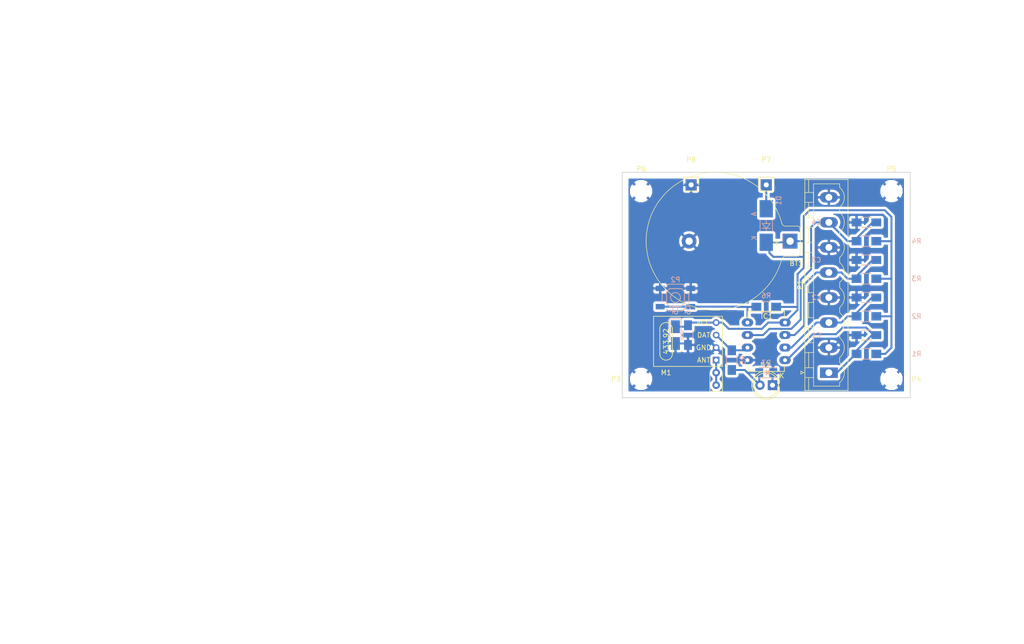
<source format=kicad_pcb>
(kicad_pcb (version 4) (host pcbnew 4.0.5+dfsg1-4)

  (general
    (links 53)
    (no_connects 0)
    (area 137.059999 43.02 233.91 125.652)
    (thickness 1.6)
    (drawings 45)
    (tracks 130)
    (zones 0)
    (modules 26)
    (nets 12)
  )

  (page A4)
  (layers
    (0 F.Cu signal)
    (31 B.Cu signal)
    (32 B.Adhes user)
    (33 F.Adhes user)
    (34 B.Paste user)
    (35 F.Paste user)
    (36 B.SilkS user)
    (37 F.SilkS user)
    (38 B.Mask user)
    (39 F.Mask user)
    (40 Dwgs.User user)
    (41 Cmts.User user)
    (42 Eco1.User user)
    (43 Eco2.User user)
    (44 Edge.Cuts user)
    (45 Margin user)
    (46 B.CrtYd user)
    (47 F.CrtYd user)
    (48 B.Fab user)
    (49 F.Fab user)
  )

  (setup
    (last_trace_width 0.4)
    (trace_clearance 0.19)
    (zone_clearance 0.508)
    (zone_45_only no)
    (trace_min 0.2)
    (segment_width 0.2)
    (edge_width 0.15)
    (via_size 0.6)
    (via_drill 0.4)
    (via_min_size 0.4)
    (via_min_drill 0.3)
    (uvia_size 0.3)
    (uvia_drill 0.1)
    (uvias_allowed no)
    (uvia_min_size 0.2)
    (uvia_min_drill 0.1)
    (pcb_text_width 0.3)
    (pcb_text_size 1.5 1.5)
    (mod_edge_width 0.15)
    (mod_text_size 1 1)
    (mod_text_width 0.15)
    (pad_size 1.524 1.524)
    (pad_drill 0.762)
    (pad_to_mask_clearance 0.2)
    (aux_axis_origin 0 0)
    (visible_elements FFFFFF7F)
    (pcbplotparams
      (layerselection 0x00030_80000001)
      (usegerberextensions false)
      (excludeedgelayer true)
      (linewidth 0.100000)
      (plotframeref false)
      (viasonmask false)
      (mode 1)
      (useauxorigin false)
      (hpglpennumber 1)
      (hpglpenspeed 20)
      (hpglpendiameter 15)
      (hpglpenoverlay 2)
      (psnegative false)
      (psa4output false)
      (plotreference true)
      (plotvalue true)
      (plotinvisibletext false)
      (padsonsilk false)
      (subtractmaskfromsilk false)
      (outputformat 1)
      (mirror false)
      (drillshape 0)
      (scaleselection 1)
      (outputdirectory ""))
  )

  (net 0 "")
  (net 1 GND)
  (net 2 /IN0)
  (net 3 /IN1)
  (net 4 /IN2)
  (net 5 /IN3)
  (net 6 +3V3)
  (net 7 /LED)
  (net 8 /OUT)
  (net 9 /RESETn)
  (net 10 /ANT)
  (net 11 "Net-(D1-Pad2)")

  (net_class Default "This is the default net class."
    (clearance 0.19)
    (trace_width 0.4)
    (via_dia 0.6)
    (via_drill 0.4)
    (uvia_dia 0.3)
    (uvia_drill 0.1)
    (add_net +3V3)
    (add_net /ANT)
    (add_net /IN0)
    (add_net /IN1)
    (add_net /IN2)
    (add_net /IN3)
    (add_net /LED)
    (add_net /OUT)
    (add_net /RESETn)
    (add_net GND)
    (add_net "Net-(D1-Pad2)")
  )

  (module Resistors_SMD:R_1206_HandSoldering (layer B.Cu) (tedit 58307C0D) (tstamp 59103776)
    (at 198.12 114.3 180)
    (descr "Resistor SMD 1206, hand soldering")
    (tags "resistor 1206")
    (path /59104329)
    (attr smd)
    (fp_text reference R1 (at -10.16 0 180) (layer B.SilkS)
      (effects (font (size 1 1) (thickness 0.15)) (justify mirror))
    )
    (fp_text value 1M (at -5.08 0 180) (layer B.Fab)
      (effects (font (size 1 1) (thickness 0.15)) (justify mirror))
    )
    (fp_line (start -1.6 -0.8) (end -1.6 0.8) (layer B.Fab) (width 0.1))
    (fp_line (start 1.6 -0.8) (end -1.6 -0.8) (layer B.Fab) (width 0.1))
    (fp_line (start 1.6 0.8) (end 1.6 -0.8) (layer B.Fab) (width 0.1))
    (fp_line (start -1.6 0.8) (end 1.6 0.8) (layer B.Fab) (width 0.1))
    (fp_line (start -3.3 1.2) (end 3.3 1.2) (layer B.CrtYd) (width 0.05))
    (fp_line (start -3.3 -1.2) (end 3.3 -1.2) (layer B.CrtYd) (width 0.05))
    (fp_line (start -3.3 1.2) (end -3.3 -1.2) (layer B.CrtYd) (width 0.05))
    (fp_line (start 3.3 1.2) (end 3.3 -1.2) (layer B.CrtYd) (width 0.05))
    (fp_line (start 1 -1.075) (end -1 -1.075) (layer B.SilkS) (width 0.15))
    (fp_line (start -1 1.075) (end 1 1.075) (layer B.SilkS) (width 0.15))
    (pad 1 smd rect (at -2 0 180) (size 2 1.7) (layers B.Cu B.Paste B.Mask)
      (net 6 +3V3))
    (pad 2 smd rect (at 2 0 180) (size 2 1.7) (layers B.Cu B.Paste B.Mask)
      (net 2 /IN0))
    (model Resistors_SMD.3dshapes/R_1206_HandSoldering.wrl
      (at (xyz 0 0 0))
      (scale (xyz 1 1 1))
      (rotate (xyz 0 0 0))
    )
  )

  (module Resistors_SMD:R_1206_HandSoldering (layer B.Cu) (tedit 58307C0D) (tstamp 5910377C)
    (at 198.12 106.68 180)
    (descr "Resistor SMD 1206, hand soldering")
    (tags "resistor 1206")
    (path /59104EA6)
    (attr smd)
    (fp_text reference R2 (at -10.16 0 180) (layer B.SilkS)
      (effects (font (size 1 1) (thickness 0.15)) (justify mirror))
    )
    (fp_text value 1M (at -5.08 0 180) (layer B.Fab)
      (effects (font (size 1 1) (thickness 0.15)) (justify mirror))
    )
    (fp_line (start -1.6 -0.8) (end -1.6 0.8) (layer B.Fab) (width 0.1))
    (fp_line (start 1.6 -0.8) (end -1.6 -0.8) (layer B.Fab) (width 0.1))
    (fp_line (start 1.6 0.8) (end 1.6 -0.8) (layer B.Fab) (width 0.1))
    (fp_line (start -1.6 0.8) (end 1.6 0.8) (layer B.Fab) (width 0.1))
    (fp_line (start -3.3 1.2) (end 3.3 1.2) (layer B.CrtYd) (width 0.05))
    (fp_line (start -3.3 -1.2) (end 3.3 -1.2) (layer B.CrtYd) (width 0.05))
    (fp_line (start -3.3 1.2) (end -3.3 -1.2) (layer B.CrtYd) (width 0.05))
    (fp_line (start 3.3 1.2) (end 3.3 -1.2) (layer B.CrtYd) (width 0.05))
    (fp_line (start 1 -1.075) (end -1 -1.075) (layer B.SilkS) (width 0.15))
    (fp_line (start -1 1.075) (end 1 1.075) (layer B.SilkS) (width 0.15))
    (pad 1 smd rect (at -2 0 180) (size 2 1.7) (layers B.Cu B.Paste B.Mask)
      (net 6 +3V3))
    (pad 2 smd rect (at 2 0 180) (size 2 1.7) (layers B.Cu B.Paste B.Mask)
      (net 3 /IN1))
    (model Resistors_SMD.3dshapes/R_1206_HandSoldering.wrl
      (at (xyz 0 0 0))
      (scale (xyz 1 1 1))
      (rotate (xyz 0 0 0))
    )
  )

  (module Housings_DIP:DIP-8_W7.62mm_LongPads (layer F.Cu) (tedit 54130A77) (tstamp 59102820)
    (at 173.99 107.95)
    (descr "8-lead dip package, row spacing 7.62 mm (300 mils), longer pads")
    (tags "dil dip 2.54 300")
    (path /591027B2)
    (fp_text reference IC1 (at 3.8989 -1.27) (layer F.SilkS)
      (effects (font (size 1 1) (thickness 0.15)))
    )
    (fp_text value ATTINY85V-P (at 3.8989 3.81 90) (layer F.Fab)
      (effects (font (size 1 1) (thickness 0.15)))
    )
    (fp_line (start -1.4 -2.45) (end -1.4 10.1) (layer F.CrtYd) (width 0.05))
    (fp_line (start 9 -2.45) (end 9 10.1) (layer F.CrtYd) (width 0.05))
    (fp_line (start -1.4 -2.45) (end 9 -2.45) (layer F.CrtYd) (width 0.05))
    (fp_line (start -1.4 10.1) (end 9 10.1) (layer F.CrtYd) (width 0.05))
    (fp_line (start 0.135 -2.295) (end 0.135 -1.025) (layer F.SilkS) (width 0.15))
    (fp_line (start 7.485 -2.295) (end 7.485 -1.025) (layer F.SilkS) (width 0.15))
    (fp_line (start 7.485 9.915) (end 7.485 8.645) (layer F.SilkS) (width 0.15))
    (fp_line (start 0.135 9.915) (end 0.135 8.645) (layer F.SilkS) (width 0.15))
    (fp_line (start 0.135 -2.295) (end 7.485 -2.295) (layer F.SilkS) (width 0.15))
    (fp_line (start 0.135 9.915) (end 7.485 9.915) (layer F.SilkS) (width 0.15))
    (fp_line (start 0.135 -1.025) (end -1.15 -1.025) (layer F.SilkS) (width 0.15))
    (pad 1 thru_hole oval (at 0 0) (size 2.3 1.6) (drill 0.8) (layers *.Cu *.Mask)
      (net 9 /RESETn))
    (pad 2 thru_hole oval (at 0 2.54) (size 2.3 1.6) (drill 0.8) (layers *.Cu *.Mask)
      (net 5 /IN3))
    (pad 3 thru_hole oval (at 0 5.08) (size 2.3 1.6) (drill 0.8) (layers *.Cu *.Mask)
      (net 8 /OUT))
    (pad 4 thru_hole oval (at 0 7.62) (size 2.3 1.6) (drill 0.8) (layers *.Cu *.Mask)
      (net 1 GND))
    (pad 5 thru_hole oval (at 7.62 7.62) (size 2.3 1.6) (drill 0.8) (layers *.Cu *.Mask)
      (net 2 /IN0))
    (pad 6 thru_hole oval (at 7.62 5.08) (size 2.3 1.6) (drill 0.8) (layers *.Cu *.Mask)
      (net 3 /IN1))
    (pad 7 thru_hole oval (at 7.62 2.54) (size 2.3 1.6) (drill 0.8) (layers *.Cu *.Mask)
      (net 4 /IN2))
    (pad 8 thru_hole oval (at 7.62 0) (size 2.3 1.6) (drill 0.8) (layers *.Cu *.Mask)
      (net 6 +3V3))
    (model Housings_DIP.3dshapes/DIP-8_W7.62mm_LongPads.wrl
      (at (xyz 0 0 0))
      (scale (xyz 1 1 1))
      (rotate (xyz 0 0 0))
    )
  )

  (module Capacitors_SMD:C_1206_HandSoldering (layer B.Cu) (tedit 541A9C03) (tstamp 59103732)
    (at 198.12 110.49 180)
    (descr "Capacitor SMD 1206, hand soldering")
    (tags "capacitor 1206")
    (path /59104456)
    (attr smd)
    (fp_text reference C1 (at 10.16 0 180) (layer B.SilkS)
      (effects (font (size 1 1) (thickness 0.15)) (justify mirror))
    )
    (fp_text value 100nF (at -6.35 0 180) (layer B.Fab)
      (effects (font (size 1 1) (thickness 0.15)) (justify mirror))
    )
    (fp_line (start -1.6 -0.8) (end -1.6 0.8) (layer B.Fab) (width 0.15))
    (fp_line (start 1.6 -0.8) (end -1.6 -0.8) (layer B.Fab) (width 0.15))
    (fp_line (start 1.6 0.8) (end 1.6 -0.8) (layer B.Fab) (width 0.15))
    (fp_line (start -1.6 0.8) (end 1.6 0.8) (layer B.Fab) (width 0.15))
    (fp_line (start -3.3 1.15) (end 3.3 1.15) (layer B.CrtYd) (width 0.05))
    (fp_line (start -3.3 -1.15) (end 3.3 -1.15) (layer B.CrtYd) (width 0.05))
    (fp_line (start -3.3 1.15) (end -3.3 -1.15) (layer B.CrtYd) (width 0.05))
    (fp_line (start 3.3 1.15) (end 3.3 -1.15) (layer B.CrtYd) (width 0.05))
    (fp_line (start 1 1.025) (end -1 1.025) (layer B.SilkS) (width 0.15))
    (fp_line (start -1 -1.025) (end 1 -1.025) (layer B.SilkS) (width 0.15))
    (pad 1 smd rect (at -2 0 180) (size 2 1.6) (layers B.Cu B.Paste B.Mask)
      (net 2 /IN0))
    (pad 2 smd rect (at 2 0 180) (size 2 1.6) (layers B.Cu B.Paste B.Mask)
      (net 1 GND))
    (model Capacitors_SMD.3dshapes/C_1206_HandSoldering.wrl
      (at (xyz 0 0 0))
      (scale (xyz 1 1 1))
      (rotate (xyz 0 0 0))
    )
  )

  (module Capacitors_SMD:C_1206_HandSoldering (layer B.Cu) (tedit 541A9C03) (tstamp 59103738)
    (at 198.12 102.87 180)
    (descr "Capacitor SMD 1206, hand soldering")
    (tags "capacitor 1206")
    (path /59104EAD)
    (attr smd)
    (fp_text reference C2 (at 10.16 0 180) (layer B.SilkS)
      (effects (font (size 1 1) (thickness 0.15)) (justify mirror))
    )
    (fp_text value 100nF (at 6.35 0 180) (layer B.Fab)
      (effects (font (size 1 1) (thickness 0.15)) (justify mirror))
    )
    (fp_line (start -1.6 -0.8) (end -1.6 0.8) (layer B.Fab) (width 0.15))
    (fp_line (start 1.6 -0.8) (end -1.6 -0.8) (layer B.Fab) (width 0.15))
    (fp_line (start 1.6 0.8) (end 1.6 -0.8) (layer B.Fab) (width 0.15))
    (fp_line (start -1.6 0.8) (end 1.6 0.8) (layer B.Fab) (width 0.15))
    (fp_line (start -3.3 1.15) (end 3.3 1.15) (layer B.CrtYd) (width 0.05))
    (fp_line (start -3.3 -1.15) (end 3.3 -1.15) (layer B.CrtYd) (width 0.05))
    (fp_line (start -3.3 1.15) (end -3.3 -1.15) (layer B.CrtYd) (width 0.05))
    (fp_line (start 3.3 1.15) (end 3.3 -1.15) (layer B.CrtYd) (width 0.05))
    (fp_line (start 1 1.025) (end -1 1.025) (layer B.SilkS) (width 0.15))
    (fp_line (start -1 -1.025) (end 1 -1.025) (layer B.SilkS) (width 0.15))
    (pad 1 smd rect (at -2 0 180) (size 2 1.6) (layers B.Cu B.Paste B.Mask)
      (net 3 /IN1))
    (pad 2 smd rect (at 2 0 180) (size 2 1.6) (layers B.Cu B.Paste B.Mask)
      (net 1 GND))
    (model Capacitors_SMD.3dshapes/C_1206_HandSoldering.wrl
      (at (xyz 0 0 0))
      (scale (xyz 1 1 1))
      (rotate (xyz 0 0 0))
    )
  )

  (module Capacitors_SMD:C_1206_HandSoldering (layer B.Cu) (tedit 541A9C03) (tstamp 5910373E)
    (at 198.12 95.25 180)
    (descr "Capacitor SMD 1206, hand soldering")
    (tags "capacitor 1206")
    (path /59105023)
    (attr smd)
    (fp_text reference C3 (at 10.16 0 180) (layer B.SilkS)
      (effects (font (size 1 1) (thickness 0.15)) (justify mirror))
    )
    (fp_text value 100nF (at -6.35 0 180) (layer B.Fab)
      (effects (font (size 1 1) (thickness 0.15)) (justify mirror))
    )
    (fp_line (start -1.6 -0.8) (end -1.6 0.8) (layer B.Fab) (width 0.15))
    (fp_line (start 1.6 -0.8) (end -1.6 -0.8) (layer B.Fab) (width 0.15))
    (fp_line (start 1.6 0.8) (end 1.6 -0.8) (layer B.Fab) (width 0.15))
    (fp_line (start -1.6 0.8) (end 1.6 0.8) (layer B.Fab) (width 0.15))
    (fp_line (start -3.3 1.15) (end 3.3 1.15) (layer B.CrtYd) (width 0.05))
    (fp_line (start -3.3 -1.15) (end 3.3 -1.15) (layer B.CrtYd) (width 0.05))
    (fp_line (start -3.3 1.15) (end -3.3 -1.15) (layer B.CrtYd) (width 0.05))
    (fp_line (start 3.3 1.15) (end 3.3 -1.15) (layer B.CrtYd) (width 0.05))
    (fp_line (start 1 1.025) (end -1 1.025) (layer B.SilkS) (width 0.15))
    (fp_line (start -1 -1.025) (end 1 -1.025) (layer B.SilkS) (width 0.15))
    (pad 1 smd rect (at -2 0 180) (size 2 1.6) (layers B.Cu B.Paste B.Mask)
      (net 4 /IN2))
    (pad 2 smd rect (at 2 0 180) (size 2 1.6) (layers B.Cu B.Paste B.Mask)
      (net 1 GND))
    (model Capacitors_SMD.3dshapes/C_1206_HandSoldering.wrl
      (at (xyz 0 0 0))
      (scale (xyz 1 1 1))
      (rotate (xyz 0 0 0))
    )
  )

  (module Capacitors_SMD:C_1206_HandSoldering (layer B.Cu) (tedit 541A9C03) (tstamp 59103744)
    (at 198.12 87.63 180)
    (descr "Capacitor SMD 1206, hand soldering")
    (tags "capacitor 1206")
    (path /5910503F)
    (attr smd)
    (fp_text reference C4 (at 10.16 0 180) (layer B.SilkS)
      (effects (font (size 1 1) (thickness 0.15)) (justify mirror))
    )
    (fp_text value 100nF (at -6.35 0 180) (layer B.Fab)
      (effects (font (size 1 1) (thickness 0.15)) (justify mirror))
    )
    (fp_line (start -1.6 -0.8) (end -1.6 0.8) (layer B.Fab) (width 0.15))
    (fp_line (start 1.6 -0.8) (end -1.6 -0.8) (layer B.Fab) (width 0.15))
    (fp_line (start 1.6 0.8) (end 1.6 -0.8) (layer B.Fab) (width 0.15))
    (fp_line (start -1.6 0.8) (end 1.6 0.8) (layer B.Fab) (width 0.15))
    (fp_line (start -3.3 1.15) (end 3.3 1.15) (layer B.CrtYd) (width 0.05))
    (fp_line (start -3.3 -1.15) (end 3.3 -1.15) (layer B.CrtYd) (width 0.05))
    (fp_line (start -3.3 1.15) (end -3.3 -1.15) (layer B.CrtYd) (width 0.05))
    (fp_line (start 3.3 1.15) (end 3.3 -1.15) (layer B.CrtYd) (width 0.05))
    (fp_line (start 1 1.025) (end -1 1.025) (layer B.SilkS) (width 0.15))
    (fp_line (start -1 -1.025) (end 1 -1.025) (layer B.SilkS) (width 0.15))
    (pad 1 smd rect (at -2 0 180) (size 2 1.6) (layers B.Cu B.Paste B.Mask)
      (net 5 /IN3))
    (pad 2 smd rect (at 2 0 180) (size 2 1.6) (layers B.Cu B.Paste B.Mask)
      (net 1 GND))
    (model Capacitors_SMD.3dshapes/C_1206_HandSoldering.wrl
      (at (xyz 0 0 0))
      (scale (xyz 1 1 1))
      (rotate (xyz 0 0 0))
    )
  )

  (module Capacitors_Tantalum_SMD:Tantalum_Case-R_EIA-2012-12_Hand (layer B.Cu) (tedit 57B6E980) (tstamp 5910374A)
    (at 159.385 110.49 270)
    (descr "Tantalum capacitor, Case R, EIA 2012-12, 2.0x1.3x1.2mm, Hand soldering footprint")
    (tags "capacitor tantalum smd")
    (path /5910488C)
    (attr smd)
    (fp_text reference C5 (at -5.08 0 270) (layer B.SilkS)
      (effects (font (size 1 1) (thickness 0.15)) (justify mirror))
    )
    (fp_text value 4.7uF (at 6.35 0 270) (layer B.Fab)
      (effects (font (size 1 1) (thickness 0.15)) (justify mirror))
    )
    (fp_line (start -3.4 1.3) (end -3.4 -1.3) (layer B.CrtYd) (width 0.05))
    (fp_line (start -3.4 -1.3) (end 3.4 -1.3) (layer B.CrtYd) (width 0.05))
    (fp_line (start 3.4 -1.3) (end 3.4 1.3) (layer B.CrtYd) (width 0.05))
    (fp_line (start 3.4 1.3) (end -3.4 1.3) (layer B.CrtYd) (width 0.05))
    (fp_line (start -1 0.65) (end -1 -0.65) (layer B.Fab) (width 0.15))
    (fp_line (start -1 -0.65) (end 1 -0.65) (layer B.Fab) (width 0.15))
    (fp_line (start 1 -0.65) (end 1 0.65) (layer B.Fab) (width 0.15))
    (fp_line (start 1 0.65) (end -1 0.65) (layer B.Fab) (width 0.15))
    (fp_line (start -0.8 0.65) (end -0.8 -0.65) (layer B.Fab) (width 0.15))
    (fp_line (start -0.7 0.65) (end -0.7 -0.65) (layer B.Fab) (width 0.15))
    (fp_line (start -3.3 1.15) (end 1 1.15) (layer B.SilkS) (width 0.15))
    (fp_line (start -3.3 -1.15) (end 1 -1.15) (layer B.SilkS) (width 0.15))
    (fp_line (start -3.3 1.15) (end -3.3 -1.15) (layer B.SilkS) (width 0.15))
    (pad 1 smd rect (at -1.7 0 270) (size 2.6 1.8) (layers B.Cu B.Paste B.Mask)
      (net 6 +3V3))
    (pad 2 smd rect (at 1.7 0 270) (size 2.6 1.8) (layers B.Cu B.Paste B.Mask)
      (net 1 GND))
    (model Capacitors_Tantalum_SMD.3dshapes/Tantalum_Case-R_EIA-2012-12.wrl
      (at (xyz 0 0 0))
      (scale (xyz 1 1 1))
      (rotate (xyz 0 0 0))
    )
  )

  (module Capacitors_SMD:C_1206_HandSoldering (layer B.Cu) (tedit 541A9C03) (tstamp 59103750)
    (at 161.925 110.49 270)
    (descr "Capacitor SMD 1206, hand soldering")
    (tags "capacitor 1206")
    (path /59108977)
    (attr smd)
    (fp_text reference C6 (at -5.08 0 270) (layer B.SilkS)
      (effects (font (size 1 1) (thickness 0.15)) (justify mirror))
    )
    (fp_text value 100nF (at 6.35 0 270) (layer B.Fab)
      (effects (font (size 1 1) (thickness 0.15)) (justify mirror))
    )
    (fp_line (start -1.6 -0.8) (end -1.6 0.8) (layer B.Fab) (width 0.15))
    (fp_line (start 1.6 -0.8) (end -1.6 -0.8) (layer B.Fab) (width 0.15))
    (fp_line (start 1.6 0.8) (end 1.6 -0.8) (layer B.Fab) (width 0.15))
    (fp_line (start -1.6 0.8) (end 1.6 0.8) (layer B.Fab) (width 0.15))
    (fp_line (start -3.3 1.15) (end 3.3 1.15) (layer B.CrtYd) (width 0.05))
    (fp_line (start -3.3 -1.15) (end 3.3 -1.15) (layer B.CrtYd) (width 0.05))
    (fp_line (start -3.3 1.15) (end -3.3 -1.15) (layer B.CrtYd) (width 0.05))
    (fp_line (start 3.3 1.15) (end 3.3 -1.15) (layer B.CrtYd) (width 0.05))
    (fp_line (start 1 1.025) (end -1 1.025) (layer B.SilkS) (width 0.15))
    (fp_line (start -1 -1.025) (end 1 -1.025) (layer B.SilkS) (width 0.15))
    (pad 1 smd rect (at -2 0 270) (size 2 1.6) (layers B.Cu B.Paste B.Mask)
      (net 6 +3V3))
    (pad 2 smd rect (at 2 0 270) (size 2 1.6) (layers B.Cu B.Paste B.Mask)
      (net 1 GND))
    (model Capacitors_SMD.3dshapes/C_1206_HandSoldering.wrl
      (at (xyz 0 0 0))
      (scale (xyz 1 1 1))
      (rotate (xyz 0 0 0))
    )
  )

  (module Diodes_SMD:MELF_Handsoldering (layer B.Cu) (tedit 552FE6B7) (tstamp 59103756)
    (at 177.8 88.265 90)
    (descr "Diode MELF Handsoldering")
    (tags "Diode MELF Handsoldering")
    (path /59102ADE)
    (attr smd)
    (fp_text reference D1 (at 5.08 2.54 90) (layer B.SilkS)
      (effects (font (size 1 1) (thickness 0.15)) (justify mirror))
    )
    (fp_text value 1N4148 (at 0 2.54 90) (layer B.Fab)
      (effects (font (size 1 1) (thickness 0.15)) (justify mirror))
    )
    (fp_line (start -5.4 1.6) (end 5.4 1.6) (layer B.CrtYd) (width 0.05))
    (fp_line (start 5.4 1.6) (end 5.4 -1.6) (layer B.CrtYd) (width 0.05))
    (fp_line (start 5.4 -1.6) (end -5.4 -1.6) (layer B.CrtYd) (width 0.05))
    (fp_line (start -5.4 -1.6) (end -5.4 1.6) (layer B.CrtYd) (width 0.05))
    (fp_line (start 0.39878 0) (end 1.09982 0) (layer B.SilkS) (width 0.15))
    (fp_line (start -0.55118 0) (end -1.09982 0) (layer B.SilkS) (width 0.15))
    (fp_line (start -0.55118 0) (end -0.55118 -0.8001) (layer B.SilkS) (width 0.15))
    (fp_line (start -0.55118 0) (end -0.55118 0.8001) (layer B.SilkS) (width 0.15))
    (fp_line (start -0.55118 0) (end 0.39878 0.8001) (layer B.SilkS) (width 0.15))
    (fp_line (start 0.39878 0.8001) (end 0.39878 -0.8001) (layer B.SilkS) (width 0.15))
    (fp_line (start 0.39878 -0.8001) (end -0.55118 0) (layer B.SilkS) (width 0.15))
    (fp_text user K (at -2.55 -2.45 90) (layer B.SilkS)
      (effects (font (size 1 1) (thickness 0.15)) (justify mirror))
    )
    (fp_text user A (at 2.35 -2.5 90) (layer B.SilkS)
      (effects (font (size 1 1) (thickness 0.15)) (justify mirror))
    )
    (fp_line (start -1.09982 1.24968) (end -1.19888 1.24968) (layer B.SilkS) (width 0.15))
    (fp_line (start -1.09982 -1.24968) (end -1.19888 -1.24968) (layer B.SilkS) (width 0.15))
    (fp_line (start 1.19888 1.24968) (end -1.15062 1.24968) (layer B.SilkS) (width 0.15))
    (fp_line (start 1.19888 -1.24968) (end -1.04902 -1.24968) (layer B.SilkS) (width 0.15))
    (pad 1 smd rect (at -3.40106 0 90) (size 3.50012 2.70002) (layers B.Cu B.Paste B.Mask)
      (net 6 +3V3))
    (pad 2 smd rect (at 3.40106 0 90) (size 3.50012 2.70002) (layers B.Cu B.Paste B.Mask)
      (net 11 "Net-(D1-Pad2)"))
    (model Diodes_SMD.3dshapes/MELF_Handsoldering.wrl
      (at (xyz 0 0 0))
      (scale (xyz 0.3937 0.3937 0.3937))
      (rotate (xyz 0 0 180))
    )
  )

  (module Resistors_SMD:R_1206_HandSoldering (layer B.Cu) (tedit 58307C0D) (tstamp 59103782)
    (at 198.12 99.06 180)
    (descr "Resistor SMD 1206, hand soldering")
    (tags "resistor 1206")
    (path /5910501C)
    (attr smd)
    (fp_text reference R3 (at -10.16 0 180) (layer B.SilkS)
      (effects (font (size 1 1) (thickness 0.15)) (justify mirror))
    )
    (fp_text value 1M (at -5.08 0 180) (layer B.Fab)
      (effects (font (size 1 1) (thickness 0.15)) (justify mirror))
    )
    (fp_line (start -1.6 -0.8) (end -1.6 0.8) (layer B.Fab) (width 0.1))
    (fp_line (start 1.6 -0.8) (end -1.6 -0.8) (layer B.Fab) (width 0.1))
    (fp_line (start 1.6 0.8) (end 1.6 -0.8) (layer B.Fab) (width 0.1))
    (fp_line (start -1.6 0.8) (end 1.6 0.8) (layer B.Fab) (width 0.1))
    (fp_line (start -3.3 1.2) (end 3.3 1.2) (layer B.CrtYd) (width 0.05))
    (fp_line (start -3.3 -1.2) (end 3.3 -1.2) (layer B.CrtYd) (width 0.05))
    (fp_line (start -3.3 1.2) (end -3.3 -1.2) (layer B.CrtYd) (width 0.05))
    (fp_line (start 3.3 1.2) (end 3.3 -1.2) (layer B.CrtYd) (width 0.05))
    (fp_line (start 1 -1.075) (end -1 -1.075) (layer B.SilkS) (width 0.15))
    (fp_line (start -1 1.075) (end 1 1.075) (layer B.SilkS) (width 0.15))
    (pad 1 smd rect (at -2 0 180) (size 2 1.7) (layers B.Cu B.Paste B.Mask)
      (net 6 +3V3))
    (pad 2 smd rect (at 2 0 180) (size 2 1.7) (layers B.Cu B.Paste B.Mask)
      (net 4 /IN2))
    (model Resistors_SMD.3dshapes/R_1206_HandSoldering.wrl
      (at (xyz 0 0 0))
      (scale (xyz 1 1 1))
      (rotate (xyz 0 0 0))
    )
  )

  (module Resistors_SMD:R_1206_HandSoldering (layer B.Cu) (tedit 58307C0D) (tstamp 59103788)
    (at 198.12 91.44 180)
    (descr "Resistor SMD 1206, hand soldering")
    (tags "resistor 1206")
    (path /59105038)
    (attr smd)
    (fp_text reference R4 (at -10.16 0 180) (layer B.SilkS)
      (effects (font (size 1 1) (thickness 0.15)) (justify mirror))
    )
    (fp_text value 1M (at -5.08 0 180) (layer B.Fab)
      (effects (font (size 1 1) (thickness 0.15)) (justify mirror))
    )
    (fp_line (start -1.6 -0.8) (end -1.6 0.8) (layer B.Fab) (width 0.1))
    (fp_line (start 1.6 -0.8) (end -1.6 -0.8) (layer B.Fab) (width 0.1))
    (fp_line (start 1.6 0.8) (end 1.6 -0.8) (layer B.Fab) (width 0.1))
    (fp_line (start -1.6 0.8) (end 1.6 0.8) (layer B.Fab) (width 0.1))
    (fp_line (start -3.3 1.2) (end 3.3 1.2) (layer B.CrtYd) (width 0.05))
    (fp_line (start -3.3 -1.2) (end 3.3 -1.2) (layer B.CrtYd) (width 0.05))
    (fp_line (start -3.3 1.2) (end -3.3 -1.2) (layer B.CrtYd) (width 0.05))
    (fp_line (start 3.3 1.2) (end 3.3 -1.2) (layer B.CrtYd) (width 0.05))
    (fp_line (start 1 -1.075) (end -1 -1.075) (layer B.SilkS) (width 0.15))
    (fp_line (start -1 1.075) (end 1 1.075) (layer B.SilkS) (width 0.15))
    (pad 1 smd rect (at -2 0 180) (size 2 1.7) (layers B.Cu B.Paste B.Mask)
      (net 6 +3V3))
    (pad 2 smd rect (at 2 0 180) (size 2 1.7) (layers B.Cu B.Paste B.Mask)
      (net 5 /IN3))
    (model Resistors_SMD.3dshapes/R_1206_HandSoldering.wrl
      (at (xyz 0 0 0))
      (scale (xyz 1 1 1))
      (rotate (xyz 0 0 0))
    )
  )

  (module Resistors_SMD:R_1206_HandSoldering (layer B.Cu) (tedit 58307C0D) (tstamp 5910378E)
    (at 170.815 115.57 90)
    (descr "Resistor SMD 1206, hand soldering")
    (tags "resistor 1206")
    (path /59105DB2)
    (attr smd)
    (fp_text reference R5 (at 0 2.3 90) (layer B.SilkS)
      (effects (font (size 1 1) (thickness 0.15)) (justify mirror))
    )
    (fp_text value 1k (at 0 -2.3 90) (layer B.Fab)
      (effects (font (size 1 1) (thickness 0.15)) (justify mirror))
    )
    (fp_line (start -1.6 -0.8) (end -1.6 0.8) (layer B.Fab) (width 0.1))
    (fp_line (start 1.6 -0.8) (end -1.6 -0.8) (layer B.Fab) (width 0.1))
    (fp_line (start 1.6 0.8) (end 1.6 -0.8) (layer B.Fab) (width 0.1))
    (fp_line (start -1.6 0.8) (end 1.6 0.8) (layer B.Fab) (width 0.1))
    (fp_line (start -3.3 1.2) (end 3.3 1.2) (layer B.CrtYd) (width 0.05))
    (fp_line (start -3.3 -1.2) (end 3.3 -1.2) (layer B.CrtYd) (width 0.05))
    (fp_line (start -3.3 1.2) (end -3.3 -1.2) (layer B.CrtYd) (width 0.05))
    (fp_line (start 3.3 1.2) (end 3.3 -1.2) (layer B.CrtYd) (width 0.05))
    (fp_line (start 1 -1.075) (end -1 -1.075) (layer B.SilkS) (width 0.15))
    (fp_line (start -1 1.075) (end 1 1.075) (layer B.SilkS) (width 0.15))
    (pad 1 smd rect (at -2 0 90) (size 2 1.7) (layers B.Cu B.Paste B.Mask)
      (net 7 /LED))
    (pad 2 smd rect (at 2 0 90) (size 2 1.7) (layers B.Cu B.Paste B.Mask)
      (net 8 /OUT))
    (model Resistors_SMD.3dshapes/R_1206_HandSoldering.wrl
      (at (xyz 0 0 0))
      (scale (xyz 1 1 1))
      (rotate (xyz 0 0 0))
    )
  )

  (module Buttons_Switches_SMD:SW_SPST_SKQG (layer B.Cu) (tedit 56EC5E16) (tstamp 591061ED)
    (at 159.385 102.87 180)
    (descr "ALPS 5.2mm Square Low-profile TACT Switch (SMD)")
    (tags "SPST Button Switch")
    (path /5910624E)
    (attr smd)
    (fp_text reference P2 (at 0 3.6 180) (layer B.SilkS)
      (effects (font (size 1 1) (thickness 0.15)) (justify mirror))
    )
    (fp_text value CONN_02X01 (at 0 -3.7 180) (layer B.Fab)
      (effects (font (size 1 1) (thickness 0.15)) (justify mirror))
    )
    (fp_line (start -4.25 2.95) (end -4.25 -2.95) (layer B.CrtYd) (width 0.05))
    (fp_line (start 4.25 2.95) (end -4.25 2.95) (layer B.CrtYd) (width 0.05))
    (fp_line (start 4.25 -2.95) (end 4.25 2.95) (layer B.CrtYd) (width 0.05))
    (fp_line (start -4.25 -2.95) (end 4.25 -2.95) (layer B.CrtYd) (width 0.05))
    (fp_circle (center 0 0) (end 1 0) (layer B.SilkS) (width 0.15))
    (fp_line (start -1.2 1.8) (end 1.2 1.8) (layer B.SilkS) (width 0.15))
    (fp_line (start -1.8 1.2) (end -1.2 1.8) (layer B.SilkS) (width 0.15))
    (fp_line (start -1.8 -1.2) (end -1.8 1.2) (layer B.SilkS) (width 0.15))
    (fp_line (start -1.2 -1.8) (end -1.8 -1.2) (layer B.SilkS) (width 0.15))
    (fp_line (start 1.2 -1.8) (end -1.2 -1.8) (layer B.SilkS) (width 0.15))
    (fp_line (start 1.8 -1.2) (end 1.2 -1.8) (layer B.SilkS) (width 0.15))
    (fp_line (start 1.8 1.2) (end 1.8 -1.2) (layer B.SilkS) (width 0.15))
    (fp_line (start 1.2 1.8) (end 1.8 1.2) (layer B.SilkS) (width 0.15))
    (fp_line (start -1.45 2.7) (end 1.45 2.7) (layer B.SilkS) (width 0.15))
    (fp_line (start -1.9 2.25) (end -1.45 2.7) (layer B.SilkS) (width 0.15))
    (fp_line (start -2.7 -1) (end -2.7 1) (layer B.SilkS) (width 0.15))
    (fp_line (start -1.45 -2.7) (end -1.9 -2.25) (layer B.SilkS) (width 0.15))
    (fp_line (start 1.45 -2.7) (end -1.45 -2.7) (layer B.SilkS) (width 0.15))
    (fp_line (start 1.9 -2.25) (end 1.45 -2.7) (layer B.SilkS) (width 0.15))
    (fp_line (start 2.7 1) (end 2.7 -1) (layer B.SilkS) (width 0.15))
    (fp_line (start 1.45 2.7) (end 1.9 2.25) (layer B.SilkS) (width 0.15))
    (pad 1 smd rect (at -3.1 1.85 180) (size 1.8 1.1) (layers B.Cu B.Paste B.Mask)
      (net 1 GND))
    (pad 1 smd rect (at 3.1 1.85 180) (size 1.8 1.1) (layers B.Cu B.Paste B.Mask)
      (net 1 GND))
    (pad 2 smd rect (at -3.1 -1.85 180) (size 1.8 1.1) (layers B.Cu B.Paste B.Mask)
      (net 9 /RESETn))
    (pad 2 smd rect (at 3.1 -1.85 180) (size 1.8 1.1) (layers B.Cu B.Paste B.Mask)
      (net 9 /RESETn))
  )

  (module Resistors_SMD:R_1206_HandSoldering (layer B.Cu) (tedit 58307C0D) (tstamp 591061F3)
    (at 177.8 104.775 180)
    (descr "Resistor SMD 1206, hand soldering")
    (tags "resistor 1206")
    (path /591067B7)
    (attr smd)
    (fp_text reference R6 (at 0 2.3 180) (layer B.SilkS)
      (effects (font (size 1 1) (thickness 0.15)) (justify mirror))
    )
    (fp_text value 10k (at 0 -2.3 180) (layer B.Fab)
      (effects (font (size 1 1) (thickness 0.15)) (justify mirror))
    )
    (fp_line (start -1.6 -0.8) (end -1.6 0.8) (layer B.Fab) (width 0.1))
    (fp_line (start 1.6 -0.8) (end -1.6 -0.8) (layer B.Fab) (width 0.1))
    (fp_line (start 1.6 0.8) (end 1.6 -0.8) (layer B.Fab) (width 0.1))
    (fp_line (start -1.6 0.8) (end 1.6 0.8) (layer B.Fab) (width 0.1))
    (fp_line (start -3.3 1.2) (end 3.3 1.2) (layer B.CrtYd) (width 0.05))
    (fp_line (start -3.3 -1.2) (end 3.3 -1.2) (layer B.CrtYd) (width 0.05))
    (fp_line (start -3.3 1.2) (end -3.3 -1.2) (layer B.CrtYd) (width 0.05))
    (fp_line (start 3.3 1.2) (end 3.3 -1.2) (layer B.CrtYd) (width 0.05))
    (fp_line (start 1 -1.075) (end -1 -1.075) (layer B.SilkS) (width 0.15))
    (fp_line (start -1 1.075) (end 1 1.075) (layer B.SilkS) (width 0.15))
    (pad 1 smd rect (at -2 0 180) (size 2 1.7) (layers B.Cu B.Paste B.Mask)
      (net 6 +3V3))
    (pad 2 smd rect (at 2 0 180) (size 2 1.7) (layers B.Cu B.Paste B.Mask)
      (net 9 /RESETn))
    (model Resistors_SMD.3dshapes/R_1206_HandSoldering.wrl
      (at (xyz 0 0 0))
      (scale (xyz 1 1 1))
      (rotate (xyz 0 0 0))
    )
  )

  (module Battery_Holders:Keystone_106_1x20mm-CoinCell (layer F.Cu) (tedit 5787C377) (tstamp 5910687D)
    (at 182.64 91.44 180)
    (descr http://www.keyelco.com/product-pdf.cfm?p=720)
    (tags "Keystone type 106 battery holder")
    (path /59102E6E)
    (fp_text reference BT1 (at -1.25 -4.5 180) (layer F.SilkS)
      (effects (font (size 1 1) (thickness 0.15)))
    )
    (fp_text value CR2032 (at 15.635 -14.605 180) (layer F.Fab)
      (effects (font (size 1 1) (thickness 0.15)))
    )
    (fp_text user + (at 2.75 0 180) (layer F.SilkS)
      (effects (font (size 1.5 1.5) (thickness 0.15)))
    )
    (fp_arc (start 15.2 0) (end 1.65 3.52) (angle -165.5) (layer F.SilkS) (width 0.12))
    (fp_arc (start 15.2 0) (end 1.8 3.5) (angle -165.5) (layer F.Fab) (width 0.1))
    (fp_arc (start 15.2 0) (end 1.65 -3.52) (angle 165.5) (layer F.SilkS) (width 0.12))
    (fp_arc (start 15.2 0) (end 1.8 -3.5) (angle 165.5) (layer F.Fab) (width 0.1))
    (fp_arc (start 0.95 3.8) (end 0.95 3.05) (angle 70) (layer F.SilkS) (width 0.12))
    (fp_arc (start 0.95 3.8) (end 0.95 2.9) (angle 70) (layer F.Fab) (width 0.1))
    (fp_arc (start 0.95 -3.8) (end 0.95 -3.05) (angle -70) (layer F.SilkS) (width 0.12))
    (fp_arc (start 0.95 -3.8) (end 0.95 -2.9) (angle -70) (layer F.Fab) (width 0.1))
    (fp_line (start 0.95 -3.05) (end -1.5 -3.05) (layer F.SilkS) (width 0.12))
    (fp_line (start -1.5 3.05) (end 0.95 3.05) (layer F.SilkS) (width 0.12))
    (fp_arc (start -1.5 -2.5) (end -2.05 -2.5) (angle 90) (layer F.SilkS) (width 0.12))
    (fp_arc (start -1.5 2.5) (end -2.05 2.5) (angle -90) (layer F.SilkS) (width 0.12))
    (fp_line (start -2.05 -2.5) (end -2.05 2.5) (layer F.SilkS) (width 0.12))
    (fp_line (start 0.95 -2.9) (end -1.5 -2.9) (layer F.Fab) (width 0.1))
    (fp_line (start -1.5 2.9) (end 0.95 2.9) (layer F.Fab) (width 0.1))
    (fp_arc (start -1.5 2.5) (end -1.9 2.5) (angle -90) (layer F.Fab) (width 0.1))
    (fp_arc (start -1.5 -2.5) (end -2.3 -2.5) (angle 90) (layer F.CrtYd) (width 0.05))
    (fp_line (start -2.3 -2.5) (end -2.3 2.5) (layer F.CrtYd) (width 0.05))
    (fp_arc (start 0.95 3.8) (end 0.95 3.3) (angle 70) (layer F.CrtYd) (width 0.05))
    (fp_arc (start 15.2 0) (end 1.41 3.6) (angle -165.5) (layer F.CrtYd) (width 0.05))
    (fp_arc (start 15.2 0) (end 1.41 -3.6) (angle 165.5) (layer F.CrtYd) (width 0.05))
    (fp_arc (start 15.2 0) (end 5.18 1.3) (angle -180) (layer F.Fab) (width 0.1))
    (fp_arc (start 15.2 0) (end 9 1.3) (angle -170) (layer F.Fab) (width 0.1))
    (fp_arc (start 15.2 0) (end 13.3 1.3) (angle -150) (layer F.Fab) (width 0.1))
    (fp_arc (start 15.2 0) (end 13.3 -1.3) (angle 150) (layer F.Fab) (width 0.1))
    (fp_arc (start 15.2 0) (end 9 -1.3) (angle 170) (layer F.Fab) (width 0.1))
    (fp_arc (start 15.2 0) (end 5.18 -1.3) (angle 180) (layer F.Fab) (width 0.1))
    (fp_line (start 0.95 -3.3) (end -1.5 -3.3) (layer F.CrtYd) (width 0.05))
    (fp_line (start -1.5 3.3) (end 0.95 3.3) (layer F.CrtYd) (width 0.05))
    (fp_line (start -1.9 -2.5) (end -1.9 2.5) (layer F.Fab) (width 0.1))
    (fp_line (start 0 1.3) (end 16.2 1.3) (layer F.Fab) (width 0.1))
    (fp_line (start 16.2 -1.3) (end 0 -1.3) (layer F.Fab) (width 0.1))
    (fp_arc (start 0.95 -3.8) (end 0.95 -3.3) (angle -70) (layer F.CrtYd) (width 0.05))
    (fp_arc (start 16.2 0) (end 16.2 -1.3) (angle 180) (layer F.Fab) (width 0.1))
    (fp_line (start 0 -1.3) (end 0 1.3) (layer F.Fab) (width 0.1))
    (fp_arc (start -1.5 2.5) (end -2.3 2.5) (angle -90) (layer F.CrtYd) (width 0.05))
    (fp_arc (start -1.5 -2.5) (end -1.9 -2.5) (angle 90) (layer F.Fab) (width 0.1))
    (fp_line (start 22.6441 6.858) (end 25.35 9.3734) (layer F.Fab) (width 0.1))
    (fp_line (start 22.6568 -6.858) (end 25.3419 -9.4288) (layer F.Fab) (width 0.1))
    (pad 2 thru_hole circle (at 20.49 0 180) (size 3 3) (drill 1.5) (layers *.Cu *.Mask)
      (net 1 GND))
    (pad 1 thru_hole rect (at 0 0 180) (size 3 3) (drill 1.5) (layers *.Cu *.Mask)
      (net 6 +3V3))
    (model Battery_Holders.3dshapes/Keystone_106_1x20mm-CoinCell.wrl
      (at (xyz 0.6 0 0))
      (scale (xyz 1 1 1))
      (rotate (xyz 0 0 180))
    )
  )

  (module Connectors_Phoenix:PhoenixContact_MSTBVA-G_08x5.08mm_Vertical (layer F.Cu) (tedit 58AC498B) (tstamp 59106882)
    (at 190.5 118.11 90)
    (descr "Generic Phoenix Contact connector footprint for series: MSTBVA-G; number of pins: 08; pin pitch: 5.08mm; Vertical || order number: 1755794 12A || order number: 1924363 16A (HC)")
    (tags "phoenix_contact connector MSTBVA_01x08_G_5.08mm")
    (path /59103860)
    (fp_text reference P1 (at 17.78 -5.8 90) (layer F.SilkS)
      (effects (font (size 1 1) (thickness 0.15)))
    )
    (fp_text value CONN_01X08 (at 17.78 4.8 90) (layer F.Fab)
      (effects (font (size 1 1) (thickness 0.15)))
    )
    (fp_arc (start 0 0.55) (end -2 2.2) (angle -100.5) (layer F.SilkS) (width 0.12))
    (fp_arc (start 5.08 0.55) (end 3.08 2.2) (angle -100.5) (layer F.SilkS) (width 0.12))
    (fp_arc (start 10.16 0.55) (end 8.16 2.2) (angle -100.5) (layer F.SilkS) (width 0.12))
    (fp_arc (start 15.24 0.55) (end 13.24 2.2) (angle -100.5) (layer F.SilkS) (width 0.12))
    (fp_arc (start 20.32 0.55) (end 18.32 2.2) (angle -100.5) (layer F.SilkS) (width 0.12))
    (fp_arc (start 25.4 0.55) (end 23.4 2.2) (angle -100.5) (layer F.SilkS) (width 0.12))
    (fp_arc (start 30.48 0.55) (end 28.48 2.2) (angle -100.5) (layer F.SilkS) (width 0.12))
    (fp_arc (start 35.56 0.55) (end 33.56 2.2) (angle -100.5) (layer F.SilkS) (width 0.12))
    (fp_line (start -3.62 -4.88) (end -3.62 3.88) (layer F.SilkS) (width 0.12))
    (fp_line (start -3.62 3.88) (end 39.18 3.88) (layer F.SilkS) (width 0.12))
    (fp_line (start 39.18 3.88) (end 39.18 -4.88) (layer F.SilkS) (width 0.12))
    (fp_line (start 39.18 -4.88) (end -3.62 -4.88) (layer F.SilkS) (width 0.12))
    (fp_line (start -3.54 -4.8) (end -3.54 3.8) (layer F.Fab) (width 0.1))
    (fp_line (start -3.54 3.8) (end 39.1 3.8) (layer F.Fab) (width 0.1))
    (fp_line (start 39.1 3.8) (end 39.1 -4.8) (layer F.Fab) (width 0.1))
    (fp_line (start 39.1 -4.8) (end -3.54 -4.8) (layer F.Fab) (width 0.1))
    (fp_line (start -3.62 -4.1) (end -1.08 -4.1) (layer F.SilkS) (width 0.12))
    (fp_line (start 39.18 -4.1) (end 36.64 -4.1) (layer F.SilkS) (width 0.12))
    (fp_line (start 1 -4.1) (end 4.08 -4.1) (layer F.SilkS) (width 0.12))
    (fp_line (start 6.08 -4.1) (end 9.16 -4.1) (layer F.SilkS) (width 0.12))
    (fp_line (start 11.16 -4.1) (end 14.24 -4.1) (layer F.SilkS) (width 0.12))
    (fp_line (start 16.24 -4.1) (end 19.32 -4.1) (layer F.SilkS) (width 0.12))
    (fp_line (start 21.32 -4.1) (end 24.4 -4.1) (layer F.SilkS) (width 0.12))
    (fp_line (start 26.4 -4.1) (end 29.48 -4.1) (layer F.SilkS) (width 0.12))
    (fp_line (start 31.48 -4.1) (end 34.56 -4.1) (layer F.SilkS) (width 0.12))
    (fp_line (start -1 -3.1) (end -1 -4.88) (layer F.SilkS) (width 0.12))
    (fp_line (start -1 -4.88) (end 1 -4.88) (layer F.SilkS) (width 0.12))
    (fp_line (start 1 -4.88) (end 1 -3.1) (layer F.SilkS) (width 0.12))
    (fp_line (start 1 -3.1) (end -1 -3.1) (layer F.SilkS) (width 0.12))
    (fp_line (start 4.08 -3.1) (end 4.08 -4.88) (layer F.SilkS) (width 0.12))
    (fp_line (start 4.08 -4.88) (end 6.08 -4.88) (layer F.SilkS) (width 0.12))
    (fp_line (start 6.08 -4.88) (end 6.08 -3.1) (layer F.SilkS) (width 0.12))
    (fp_line (start 6.08 -3.1) (end 4.08 -3.1) (layer F.SilkS) (width 0.12))
    (fp_line (start 9.16 -3.1) (end 9.16 -4.88) (layer F.SilkS) (width 0.12))
    (fp_line (start 9.16 -4.88) (end 11.16 -4.88) (layer F.SilkS) (width 0.12))
    (fp_line (start 11.16 -4.88) (end 11.16 -3.1) (layer F.SilkS) (width 0.12))
    (fp_line (start 11.16 -3.1) (end 9.16 -3.1) (layer F.SilkS) (width 0.12))
    (fp_line (start 14.24 -3.1) (end 14.24 -4.88) (layer F.SilkS) (width 0.12))
    (fp_line (start 14.24 -4.88) (end 16.24 -4.88) (layer F.SilkS) (width 0.12))
    (fp_line (start 16.24 -4.88) (end 16.24 -3.1) (layer F.SilkS) (width 0.12))
    (fp_line (start 16.24 -3.1) (end 14.24 -3.1) (layer F.SilkS) (width 0.12))
    (fp_line (start 19.32 -3.1) (end 19.32 -4.88) (layer F.SilkS) (width 0.12))
    (fp_line (start 19.32 -4.88) (end 21.32 -4.88) (layer F.SilkS) (width 0.12))
    (fp_line (start 21.32 -4.88) (end 21.32 -3.1) (layer F.SilkS) (width 0.12))
    (fp_line (start 21.32 -3.1) (end 19.32 -3.1) (layer F.SilkS) (width 0.12))
    (fp_line (start 24.4 -3.1) (end 24.4 -4.88) (layer F.SilkS) (width 0.12))
    (fp_line (start 24.4 -4.88) (end 26.4 -4.88) (layer F.SilkS) (width 0.12))
    (fp_line (start 26.4 -4.88) (end 26.4 -3.1) (layer F.SilkS) (width 0.12))
    (fp_line (start 26.4 -3.1) (end 24.4 -3.1) (layer F.SilkS) (width 0.12))
    (fp_line (start 29.48 -3.1) (end 29.48 -4.88) (layer F.SilkS) (width 0.12))
    (fp_line (start 29.48 -4.88) (end 31.48 -4.88) (layer F.SilkS) (width 0.12))
    (fp_line (start 31.48 -4.88) (end 31.48 -3.1) (layer F.SilkS) (width 0.12))
    (fp_line (start 31.48 -3.1) (end 29.48 -3.1) (layer F.SilkS) (width 0.12))
    (fp_line (start 34.56 -3.1) (end 34.56 -4.88) (layer F.SilkS) (width 0.12))
    (fp_line (start 34.56 -4.88) (end 36.56 -4.88) (layer F.SilkS) (width 0.12))
    (fp_line (start 36.56 -4.88) (end 36.56 -3.1) (layer F.SilkS) (width 0.12))
    (fp_line (start 36.56 -3.1) (end 34.56 -3.1) (layer F.SilkS) (width 0.12))
    (fp_line (start 2 2.2) (end 3.08 2.2) (layer F.SilkS) (width 0.12))
    (fp_line (start 7.08 2.2) (end 8.16 2.2) (layer F.SilkS) (width 0.12))
    (fp_line (start 12.16 2.2) (end 13.24 2.2) (layer F.SilkS) (width 0.12))
    (fp_line (start 17.24 2.2) (end 18.32 2.2) (layer F.SilkS) (width 0.12))
    (fp_line (start 22.32 2.2) (end 23.4 2.2) (layer F.SilkS) (width 0.12))
    (fp_line (start 27.4 2.2) (end 28.48 2.2) (layer F.SilkS) (width 0.12))
    (fp_line (start 32.48 2.2) (end 33.56 2.2) (layer F.SilkS) (width 0.12))
    (fp_line (start -2 2.2) (end -2.74 2.2) (layer F.SilkS) (width 0.12))
    (fp_line (start -2.74 2.2) (end -2.74 -3.1) (layer F.SilkS) (width 0.12))
    (fp_line (start -2.74 -3.1) (end 38.3 -3.1) (layer F.SilkS) (width 0.12))
    (fp_line (start 38.3 -3.1) (end 38.3 2.2) (layer F.SilkS) (width 0.12))
    (fp_line (start 38.3 2.2) (end 37.56 2.2) (layer F.SilkS) (width 0.12))
    (fp_line (start -4.04 -5.3) (end -4.04 4.3) (layer F.CrtYd) (width 0.05))
    (fp_line (start -4.04 4.3) (end 39.6 4.3) (layer F.CrtYd) (width 0.05))
    (fp_line (start 39.6 4.3) (end 39.6 -5.3) (layer F.CrtYd) (width 0.05))
    (fp_line (start 39.6 -5.3) (end -4.04 -5.3) (layer F.CrtYd) (width 0.05))
    (fp_line (start 0.3 -5.68) (end 0 -5.08) (layer F.SilkS) (width 0.12))
    (fp_line (start 0 -5.08) (end -0.3 -5.68) (layer F.SilkS) (width 0.12))
    (fp_line (start -0.3 -5.68) (end 0.3 -5.68) (layer F.SilkS) (width 0.12))
    (fp_line (start 0.5 -3.55) (end 0 -2.55) (layer F.Fab) (width 0.1))
    (fp_line (start 0 -2.55) (end -0.5 -3.55) (layer F.Fab) (width 0.1))
    (fp_line (start -0.5 -3.55) (end 0.5 -3.55) (layer F.Fab) (width 0.1))
    (fp_text user %R (at 17.78 -3 90) (layer F.Fab)
      (effects (font (size 1 1) (thickness 0.15)))
    )
    (pad 1 thru_hole rect (at 0 0 90) (size 2.1 3.6) (drill 1.4) (layers *.Cu *.Mask)
      (net 2 /IN0))
    (pad 2 thru_hole oval (at 5.08 0 90) (size 2.1 3.6) (drill 1.4) (layers *.Cu *.Mask)
      (net 1 GND))
    (pad 3 thru_hole oval (at 10.16 0 90) (size 2.1 3.6) (drill 1.4) (layers *.Cu *.Mask)
      (net 3 /IN1))
    (pad 4 thru_hole oval (at 15.24 0 90) (size 2.1 3.6) (drill 1.4) (layers *.Cu *.Mask)
      (net 1 GND))
    (pad 5 thru_hole oval (at 20.32 0 90) (size 2.1 3.6) (drill 1.4) (layers *.Cu *.Mask)
      (net 4 /IN2))
    (pad 6 thru_hole oval (at 25.4 0 90) (size 2.1 3.6) (drill 1.4) (layers *.Cu *.Mask)
      (net 1 GND))
    (pad 7 thru_hole oval (at 30.48 0 90) (size 2.1 3.6) (drill 1.4) (layers *.Cu *.Mask)
      (net 5 /IN3))
    (pad 8 thru_hole oval (at 35.56 0 90) (size 2.1 3.6) (drill 1.4) (layers *.Cu *.Mask)
      (net 1 GND))
    (model Connectors_Phoenix.3dshapes/PhoenixContact_MSTBVA-G_08x5.08mm_Vertical.wrl
      (at (xyz 0 0 0))
      (scale (xyz 1 1 1))
      (rotate (xyz 0 0 0))
    )
  )

  (module syn115:SYN115 (layer F.Cu) (tedit 59118EB3) (tstamp 59119146)
    (at 167.64 113.03 180)
    (descr "Through hole pin header, 1x04, 2.00mm pitch, single row")
    (tags "pin header single row")
    (path /591033D1)
    (fp_text reference M1 (at 10.16 -5.08 180) (layer F.SilkS)
      (effects (font (size 1 1) (thickness 0.15)))
    )
    (fp_text value SYN115 (at 6.35 1.27 450) (layer F.Fab)
      (effects (font (size 1 1) (thickness 0.15)))
    )
    (fp_line (start 1.27 -8.89) (end 1.27 -5.08) (layer F.SilkS) (width 0.15))
    (fp_line (start -1.27 -8.89) (end 1.27 -8.89) (layer F.SilkS) (width 0.15))
    (fp_line (start -1.27 -5.08) (end -1.27 -8.89) (layer F.SilkS) (width 0.15))
    (fp_text user 433.92 (at 10.16 1.27 270) (layer F.SilkS)
      (effects (font (size 1 1) (thickness 0.15)))
    )
    (fp_line (start 8.89 -1.27) (end 8.89 3.81) (layer F.SilkS) (width 0.15))
    (fp_line (start 11.43 -1.27) (end 11.43 3.81) (layer F.SilkS) (width 0.15))
    (fp_arc (start 10.16 -1.27) (end 8.89 -1.27) (angle 180) (layer F.SilkS) (width 0.15))
    (fp_arc (start 10.16 3.81) (end 11.43 3.81) (angle 180) (layer F.SilkS) (width 0.15))
    (fp_text user VCC (at 2.54 5.08 180) (layer F.SilkS)
      (effects (font (size 1 1) (thickness 0.15)))
    )
    (fp_text user DAT (at 2.54 2.54 180) (layer F.SilkS)
      (effects (font (size 1 1) (thickness 0.15)))
    )
    (fp_text user GND (at 2.54 0 180) (layer F.SilkS)
      (effects (font (size 1 1) (thickness 0.15)))
    )
    (fp_text user ANT (at 2.54 -2.54 180) (layer F.SilkS)
      (effects (font (size 1 1) (thickness 0.15)))
    )
    (fp_line (start -1.27 -3.81) (end 12.7 -3.81) (layer F.SilkS) (width 0.15))
    (fp_line (start 12.7 -3.81) (end 12.7 6.35) (layer F.SilkS) (width 0.15))
    (fp_line (start 12.7 6.35) (end -1.27 6.35) (layer F.SilkS) (width 0.15))
    (fp_line (start -1.27 6.35) (end -1.27 -3.81) (layer F.SilkS) (width 0.15))
    (pad 1 thru_hole rect (at 0 -2.54 180) (size 1.35 1.35) (drill 0.8) (layers *.Cu *.Mask)
      (net 10 /ANT))
    (pad 2 thru_hole circle (at 0 0 180) (size 1.35 1.35) (drill 0.8) (layers *.Cu *.Mask)
      (net 1 GND))
    (pad 3 thru_hole circle (at 0 2.54 180) (size 1.35 1.35) (drill 0.8) (layers *.Cu *.Mask)
      (net 8 /OUT))
    (pad 4 thru_hole circle (at 0 5.08 180) (size 1.35 1.35) (drill 0.8) (layers *.Cu *.Mask)
      (net 6 +3V3))
    (pad 1 thru_hole circle (at 0 -5.08 180) (size 1.524 1.524) (drill 0.762) (layers *.Cu *.Mask)
      (net 10 /ANT))
    (pad 1 thru_hole circle (at 0 -7.62 180) (size 1.524 1.524) (drill 0.762) (layers *.Cu *.Mask)
      (net 10 /ANT))
    (model Pin_Headers.3dshapes/Pin_Header_Straight_1x04_Pitch2.00mm.wrl
      (at (xyz 0 0 0))
      (scale (xyz 1 1 1))
      (rotate (xyz 0 0 0))
    )
  )

  (module Mounting_Holes:MountingHole_3.5mm (layer F.Cu) (tedit 56D1B4CB) (tstamp 59119515)
    (at 152.4 119.38)
    (descr "Mounting Hole 3.5mm, no annular")
    (tags "mounting hole 3.5mm no annular")
    (path /59119EC3)
    (fp_text reference P3 (at -5.08 0) (layer F.SilkS)
      (effects (font (size 1 1) (thickness 0.15)))
    )
    (fp_text value Hole_3.5mm (at 0 4.5) (layer F.Fab)
      (effects (font (size 1 1) (thickness 0.15)))
    )
    (fp_circle (center 0 0) (end 3.5 0) (layer Cmts.User) (width 0.15))
    (fp_circle (center 0 0) (end 3.75 0) (layer F.CrtYd) (width 0.05))
    (pad 1 np_thru_hole circle (at 0 0) (size 3.5 3.5) (drill 3.5) (layers *.Cu *.Mask)
      (net 1 GND))
  )

  (module Mounting_Holes:MountingHole_3.5mm (layer F.Cu) (tedit 56D1B4CB) (tstamp 5911951A)
    (at 203.2 119.38)
    (descr "Mounting Hole 3.5mm, no annular")
    (tags "mounting hole 3.5mm no annular")
    (path /59119ECF)
    (fp_text reference P4 (at 5.08 0) (layer F.SilkS)
      (effects (font (size 1 1) (thickness 0.15)))
    )
    (fp_text value Hole_3.5mm (at 0 4.5) (layer F.Fab)
      (effects (font (size 1 1) (thickness 0.15)))
    )
    (fp_circle (center 0 0) (end 3.5 0) (layer Cmts.User) (width 0.15))
    (fp_circle (center 0 0) (end 3.75 0) (layer F.CrtYd) (width 0.05))
    (pad 1 np_thru_hole circle (at 0 0) (size 3.5 3.5) (drill 3.5) (layers *.Cu *.Mask)
      (net 1 GND))
  )

  (module Mounting_Holes:MountingHole_3.5mm (layer F.Cu) (tedit 56D1B4CB) (tstamp 5911951F)
    (at 203.2 81.28)
    (descr "Mounting Hole 3.5mm, no annular")
    (tags "mounting hole 3.5mm no annular")
    (path /59119B55)
    (fp_text reference P5 (at 0 -4.5) (layer F.SilkS)
      (effects (font (size 1 1) (thickness 0.15)))
    )
    (fp_text value Hole_3.5mm (at 0 4.5) (layer F.Fab)
      (effects (font (size 1 1) (thickness 0.15)))
    )
    (fp_circle (center 0 0) (end 3.5 0) (layer Cmts.User) (width 0.15))
    (fp_circle (center 0 0) (end 3.75 0) (layer F.CrtYd) (width 0.05))
    (pad 1 np_thru_hole circle (at 0 0) (size 3.5 3.5) (drill 3.5) (layers *.Cu *.Mask)
      (net 1 GND))
  )

  (module Mounting_Holes:MountingHole_3.5mm (layer F.Cu) (tedit 56D1B4CB) (tstamp 59119524)
    (at 152.4 81.28)
    (descr "Mounting Hole 3.5mm, no annular")
    (tags "mounting hole 3.5mm no annular")
    (path /59119D21)
    (fp_text reference P6 (at 0 -4.5) (layer F.SilkS)
      (effects (font (size 1 1) (thickness 0.15)))
    )
    (fp_text value Hole_3.5mm (at 0 4.5) (layer F.Fab)
      (effects (font (size 1 1) (thickness 0.15)))
    )
    (fp_circle (center 0 0) (end 3.5 0) (layer Cmts.User) (width 0.15))
    (fp_circle (center 0 0) (end 3.75 0) (layer F.CrtYd) (width 0.05))
    (pad 1 np_thru_hole circle (at 0 0) (size 3.5 3.5) (drill 3.5) (layers *.Cu *.Mask)
      (net 1 GND))
  )

  (module Pin_Headers:Pin_Header_Straight_1x01 (layer F.Cu) (tedit 54EA08DC) (tstamp 591214C3)
    (at 177.8 80.01)
    (descr "Through hole pin header")
    (tags "pin header")
    (path /5911EAC4)
    (fp_text reference P7 (at 0 -5.1) (layer F.SilkS)
      (effects (font (size 1 1) (thickness 0.15)))
    )
    (fp_text value BAT+ (at 4.445 0) (layer F.Fab)
      (effects (font (size 1 1) (thickness 0.15)))
    )
    (fp_line (start 1.55 -1.55) (end 1.55 0) (layer F.SilkS) (width 0.15))
    (fp_line (start -1.75 -1.75) (end -1.75 1.75) (layer F.CrtYd) (width 0.05))
    (fp_line (start 1.75 -1.75) (end 1.75 1.75) (layer F.CrtYd) (width 0.05))
    (fp_line (start -1.75 -1.75) (end 1.75 -1.75) (layer F.CrtYd) (width 0.05))
    (fp_line (start -1.75 1.75) (end 1.75 1.75) (layer F.CrtYd) (width 0.05))
    (fp_line (start -1.55 0) (end -1.55 -1.55) (layer F.SilkS) (width 0.15))
    (fp_line (start -1.55 -1.55) (end 1.55 -1.55) (layer F.SilkS) (width 0.15))
    (fp_line (start -1.27 1.27) (end 1.27 1.27) (layer F.SilkS) (width 0.15))
    (pad 1 thru_hole rect (at 0 0) (size 2.2352 2.2352) (drill 1.016) (layers *.Cu *.Mask)
      (net 11 "Net-(D1-Pad2)"))
    (model Pin_Headers.3dshapes/Pin_Header_Straight_1x01.wrl
      (at (xyz 0 0 0))
      (scale (xyz 1 1 1))
      (rotate (xyz 0 0 90))
    )
  )

  (module Pin_Headers:Pin_Header_Straight_1x01 (layer F.Cu) (tedit 54EA08DC) (tstamp 591214C8)
    (at 162.56 80.01)
    (descr "Through hole pin header")
    (tags "pin header")
    (path /5912165E)
    (fp_text reference P8 (at 0 -5.1) (layer F.SilkS)
      (effects (font (size 1 1) (thickness 0.15)))
    )
    (fp_text value BAT- (at -4.445 0) (layer F.Fab)
      (effects (font (size 1 1) (thickness 0.15)))
    )
    (fp_line (start 1.55 -1.55) (end 1.55 0) (layer F.SilkS) (width 0.15))
    (fp_line (start -1.75 -1.75) (end -1.75 1.75) (layer F.CrtYd) (width 0.05))
    (fp_line (start 1.75 -1.75) (end 1.75 1.75) (layer F.CrtYd) (width 0.05))
    (fp_line (start -1.75 -1.75) (end 1.75 -1.75) (layer F.CrtYd) (width 0.05))
    (fp_line (start -1.75 1.75) (end 1.75 1.75) (layer F.CrtYd) (width 0.05))
    (fp_line (start -1.55 0) (end -1.55 -1.55) (layer F.SilkS) (width 0.15))
    (fp_line (start -1.55 -1.55) (end 1.55 -1.55) (layer F.SilkS) (width 0.15))
    (fp_line (start -1.27 1.27) (end 1.27 1.27) (layer F.SilkS) (width 0.15))
    (pad 1 thru_hole rect (at 0 0) (size 2.2352 2.2352) (drill 1.016) (layers *.Cu *.Mask)
      (net 1 GND))
    (model Pin_Headers.3dshapes/Pin_Header_Straight_1x01.wrl
      (at (xyz 0 0 0))
      (scale (xyz 1 1 1))
      (rotate (xyz 0 0 90))
    )
  )

  (module LEDs:LED-5MM (layer F.Cu) (tedit 5570F7EA) (tstamp 5912CE13)
    (at 179.07 120.65 180)
    (descr "LED 5mm round vertical")
    (tags "LED 5mm round vertical")
    (path /59105BC3)
    (fp_text reference D2 (at 1.524 4.064 180) (layer F.SilkS)
      (effects (font (size 1 1) (thickness 0.15)))
    )
    (fp_text value ORANGE (at 1.524 -3.937 180) (layer F.Fab)
      (effects (font (size 1 1) (thickness 0.15)))
    )
    (fp_line (start -1.5 -1.55) (end -1.5 1.55) (layer F.CrtYd) (width 0.05))
    (fp_arc (start 1.3 0) (end -1.5 1.55) (angle -302) (layer F.CrtYd) (width 0.05))
    (fp_arc (start 1.27 0) (end -1.23 -1.5) (angle 297.5) (layer F.SilkS) (width 0.15))
    (fp_line (start -1.23 1.5) (end -1.23 -1.5) (layer F.SilkS) (width 0.15))
    (fp_circle (center 1.27 0) (end 0.97 -2.5) (layer F.SilkS) (width 0.15))
    (fp_text user K (at -1.905 1.905 180) (layer F.SilkS)
      (effects (font (size 1 1) (thickness 0.15)))
    )
    (pad 1 thru_hole rect (at 0 0 270) (size 2 1.9) (drill 1.00076) (layers *.Cu *.Mask)
      (net 1 GND))
    (pad 2 thru_hole circle (at 2.54 0 180) (size 1.9 1.9) (drill 1.00076) (layers *.Cu *.Mask)
      (net 7 /LED))
    (model LEDs.3dshapes/LED-5MM.wrl
      (at (xyz 0.05 0 0))
      (scale (xyz 1 1 1))
      (rotate (xyz 0 0 90))
    )
  )

  (module LEDs:LED_1206 (layer B.Cu) (tedit 57ABE035) (tstamp 5912CF5F)
    (at 177.8 118.11 180)
    (descr "LED 1206 smd package")
    (tags "LED1206 SMD")
    (path /5912D9C6)
    (attr smd)
    (fp_text reference D3 (at 0 2 180) (layer B.SilkS)
      (effects (font (size 1 1) (thickness 0.15)) (justify mirror))
    )
    (fp_text value ORANGE (at 0 -2 180) (layer B.Fab)
      (effects (font (size 1 1) (thickness 0.15)) (justify mirror))
    )
    (fp_line (start -0.5 0.5) (end -0.5 -0.5) (layer B.Fab) (width 0.15))
    (fp_line (start -0.5 0) (end 0 0.5) (layer B.Fab) (width 0.15))
    (fp_line (start 0 -0.5) (end -0.5 0) (layer B.Fab) (width 0.15))
    (fp_line (start 0 0.5) (end 0 -0.5) (layer B.Fab) (width 0.15))
    (fp_line (start -1.6 -0.8) (end -1.6 0.8) (layer B.Fab) (width 0.15))
    (fp_line (start 1.6 -0.8) (end -1.6 -0.8) (layer B.Fab) (width 0.15))
    (fp_line (start 1.6 0.8) (end 1.6 -0.8) (layer B.Fab) (width 0.15))
    (fp_line (start -1.6 0.8) (end 1.6 0.8) (layer B.Fab) (width 0.15))
    (fp_line (start -2.15 -1.05) (end 1.45 -1.05) (layer B.SilkS) (width 0.15))
    (fp_line (start -2.15 1.05) (end 1.45 1.05) (layer B.SilkS) (width 0.15))
    (fp_line (start -0.1 0.3) (end -0.1 -0.3) (layer B.SilkS) (width 0.15))
    (fp_line (start -0.1 -0.3) (end -0.4 0) (layer B.SilkS) (width 0.15))
    (fp_line (start -0.4 0) (end -0.2 0.2) (layer B.SilkS) (width 0.15))
    (fp_line (start -0.2 0.2) (end -0.2 -0.05) (layer B.SilkS) (width 0.15))
    (fp_line (start -0.2 -0.05) (end -0.25 0) (layer B.SilkS) (width 0.15))
    (fp_line (start -0.5 0.5) (end -0.5 -0.5) (layer B.SilkS) (width 0.15))
    (fp_line (start 0 0) (end 0.5 0) (layer B.SilkS) (width 0.15))
    (fp_line (start -0.5 0) (end 0 0.5) (layer B.SilkS) (width 0.15))
    (fp_line (start 0 0.5) (end 0 -0.5) (layer B.SilkS) (width 0.15))
    (fp_line (start 0 -0.5) (end -0.5 0) (layer B.SilkS) (width 0.15))
    (fp_line (start 2.5 1.25) (end -2.5 1.25) (layer B.CrtYd) (width 0.05))
    (fp_line (start -2.5 1.25) (end -2.5 -1.25) (layer B.CrtYd) (width 0.05))
    (fp_line (start -2.5 -1.25) (end 2.5 -1.25) (layer B.CrtYd) (width 0.05))
    (fp_line (start 2.5 -1.25) (end 2.5 1.25) (layer B.CrtYd) (width 0.05))
    (pad 2 smd rect (at 1.41986 0) (size 1.59766 1.80086) (layers B.Cu B.Paste B.Mask)
      (net 7 /LED))
    (pad 1 smd rect (at -1.41986 0) (size 1.59766 1.80086) (layers B.Cu B.Paste B.Mask)
      (net 1 GND))
    (model LEDs.3dshapes/LED_1206.wrl
      (at (xyz 0 0 0))
      (scale (xyz 1 1 1))
      (rotate (xyz 0 0 180))
    )
  )

  (gr_circle (center 82 137.703949) (end 83.27 136.433949) (layer Eco2.User) (width 0.2) (tstamp 59142A5D))
  (dimension 24 (width 0.3) (layer Eco2.User)
    (gr_text "24,000 mm" (at 58.35 161 270) (layer Eco2.User)
      (effects (font (size 1.5 1.5) (thickness 0.3)))
    )
    (feature1 (pts (xy 51 173) (xy 59.7 173)))
    (feature2 (pts (xy 51 149) (xy 59.7 149)))
    (crossbar (pts (xy 57 149) (xy 57 173)))
    (arrow1a (pts (xy 57 173) (xy 56.413579 171.873496)))
    (arrow1b (pts (xy 57 173) (xy 57.586421 171.873496)))
    (arrow2a (pts (xy 57 149) (xy 56.413579 150.126504)))
    (arrow2b (pts (xy 57 149) (xy 57.586421 150.126504)))
  )
  (gr_line (start 47 127) (end 47 148) (layer Eco2.User) (width 0.2) (tstamp 591426AE))
  (gr_line (start 47 148) (end 114 148) (layer Eco2.User) (width 0.2) (tstamp 591426AD))
  (gr_line (start 114 127) (end 47 127) (layer Eco2.User) (width 0.2) (tstamp 591426AC))
  (gr_line (start 114 134) (end 114 127) (layer Eco2.User) (width 0.2) (tstamp 591426AB))
  (gr_line (start 114 148) (end 114 141) (layer Eco2.User) (width 0.2) (tstamp 591426AA))
  (gr_line (start 114 141) (end 117 141) (layer Eco2.User) (width 0.2) (tstamp 591426A9))
  (gr_line (start 117 134) (end 114 134) (layer Eco2.User) (width 0.2) (tstamp 591426A8))
  (gr_line (start 117 141) (end 117 134) (layer Eco2.User) (width 0.2) (tstamp 591426A7))
  (gr_line (start 121 149) (end 121 126) (layer Eco2.User) (width 0.2) (tstamp 591426A6))
  (gr_line (start 42 149) (end 121 149) (layer Eco2.User) (width 0.2) (tstamp 591426A5))
  (gr_line (start 42 126) (end 42 149) (layer Eco2.User) (width 0.2) (tstamp 591426A4))
  (gr_line (start 121 126) (end 42 126) (layer Eco2.User) (width 0.2) (tstamp 591426A3))
  (gr_arc (start 113 130) (end 113 120) (angle 90) (layer Eco1.User) (width 0.2))
  (gr_arc (start 113 163) (end 123 163) (angle 90) (layer Eco1.User) (width 0.2))
  (gr_arc (start 50 163) (end 50 173) (angle 90) (layer Eco1.User) (width 0.2))
  (gr_arc (start 50 130) (end 40 130) (angle 90) (layer Eco1.User) (width 0.2))
  (gr_line (start 40 163) (end 40 130) (layer Eco1.User) (width 0.2))
  (gr_line (start 113 173) (end 50 173) (layer Eco1.User) (width 0.2))
  (gr_line (start 123 130) (end 123 163) (layer Eco1.User) (width 0.2))
  (gr_line (start 50 120) (end 113 120) (layer Eco1.User) (width 0.2))
  (dimension 83 (width 0.3) (layer Eco2.User)
    (gr_text "83,000 mm" (at 81.5 108.65) (layer Eco2.User)
      (effects (font (size 1.5 1.5) (thickness 0.3)))
    )
    (feature1 (pts (xy 123 120) (xy 123 107.3)))
    (feature2 (pts (xy 40 120) (xy 40 107.3)))
    (crossbar (pts (xy 40 110) (xy 123 110)))
    (arrow1a (pts (xy 123 110) (xy 121.873496 110.586421)))
    (arrow1b (pts (xy 123 110) (xy 121.873496 109.413579)))
    (arrow2a (pts (xy 40 110) (xy 41.126504 110.586421)))
    (arrow2b (pts (xy 40 110) (xy 41.126504 109.413579)))
  )
  (dimension 53 (width 0.3) (layer Eco2.User)
    (gr_text "53,000 mm" (at 28.65 146.5 270) (layer Eco2.User)
      (effects (font (size 1.5 1.5) (thickness 0.3)))
    )
    (feature1 (pts (xy 40 173) (xy 27.3 173)))
    (feature2 (pts (xy 40 120) (xy 27.3 120)))
    (crossbar (pts (xy 30 120) (xy 30 173)))
    (arrow1a (pts (xy 30 173) (xy 29.413579 171.873496)))
    (arrow1b (pts (xy 30 173) (xy 30.586421 171.873496)))
    (arrow2a (pts (xy 30 120) (xy 29.413579 121.126504)))
    (arrow2b (pts (xy 30 120) (xy 30.586421 121.126504)))
  )
  (gr_circle (center 177.8 63.5) (end 179.07 62.23) (layer Eco2.User) (width 0.2))
  (gr_line (start 209.55 53.34) (end 142.24 53.34) (layer Eco2.User) (width 0.2))
  (gr_line (start 209.55 59.69) (end 209.55 53.34) (layer Eco2.User) (width 0.2))
  (gr_line (start 212.09 59.69) (end 209.55 59.69) (layer Eco2.User) (width 0.2))
  (gr_line (start 212.09 67.31) (end 212.09 59.69) (layer Eco2.User) (width 0.2))
  (gr_line (start 209.55 67.31) (end 212.09 67.31) (layer Eco2.User) (width 0.2))
  (gr_line (start 209.55 73.66) (end 209.55 67.31) (layer Eco2.User) (width 0.2))
  (gr_line (start 142.24 73.66) (end 209.55 73.66) (layer Eco2.User) (width 0.2))
  (gr_line (start 142.24 53.34) (end 142.24 73.66) (layer Eco2.User) (width 0.2))
  (dimension 78.74 (width 0.3) (layer Eco2.User)
    (gr_text "78,740 mm" (at 176.53 44.37) (layer Eco2.User)
      (effects (font (size 1.5 1.5) (thickness 0.3)))
    )
    (feature1 (pts (xy 215.9 50.8) (xy 215.9 43.02)))
    (feature2 (pts (xy 137.16 50.8) (xy 137.16 43.02)))
    (crossbar (pts (xy 137.16 45.72) (xy 215.9 45.72)))
    (arrow1a (pts (xy 215.9 45.72) (xy 214.773496 46.306421)))
    (arrow1b (pts (xy 215.9 45.72) (xy 214.773496 45.133579)))
    (arrow2a (pts (xy 137.16 45.72) (xy 138.286504 46.306421)))
    (arrow2b (pts (xy 137.16 45.72) (xy 138.286504 45.133579)))
  )
  (dimension 25.4 (width 0.3) (layer Eco2.User)
    (gr_text "25,400 mm" (at 227.41 63.5 90) (layer Eco2.User)
      (effects (font (size 1.5 1.5) (thickness 0.3)))
    )
    (feature1 (pts (xy 215.9 50.8) (xy 228.76 50.8)))
    (feature2 (pts (xy 215.9 76.2) (xy 228.76 76.2)))
    (crossbar (pts (xy 226.06 76.2) (xy 226.06 50.8)))
    (arrow1a (pts (xy 226.06 50.8) (xy 226.646421 51.926504)))
    (arrow1b (pts (xy 226.06 50.8) (xy 225.473579 51.926504)))
    (arrow2a (pts (xy 226.06 76.2) (xy 226.646421 75.073496)))
    (arrow2b (pts (xy 226.06 76.2) (xy 225.473579 75.073496)))
  )
  (gr_line (start 137.16 50.8) (end 137.16 76.2) (layer Eco2.User) (width 0.2))
  (gr_line (start 215.9 50.8) (end 137.16 50.8) (layer Eco2.User) (width 0.2))
  (gr_line (start 215.9 76.2) (end 215.9 50.8) (layer Eco2.User) (width 0.2))
  (gr_line (start 137.16 76.2) (end 215.9 76.2) (layer Eco2.User) (width 0.2))
  (dimension 45.72 (width 0.3) (layer Eco2.User)
    (gr_text "45,720 mm" (at 215.98 100.33 270) (layer Eco2.User)
      (effects (font (size 1.5 1.5) (thickness 0.3)))
    )
    (feature1 (pts (xy 207.01 123.19) (xy 217.33 123.19)))
    (feature2 (pts (xy 207.01 77.47) (xy 217.33 77.47)))
    (crossbar (pts (xy 214.63 77.47) (xy 214.63 123.19)))
    (arrow1a (pts (xy 214.63 123.19) (xy 214.043579 122.063496)))
    (arrow1b (pts (xy 214.63 123.19) (xy 215.216421 122.063496)))
    (arrow2a (pts (xy 214.63 77.47) (xy 214.043579 78.596504)))
    (arrow2b (pts (xy 214.63 77.47) (xy 215.216421 78.596504)))
  )
  (dimension 58.42 (width 0.3) (layer Eco2.User)
    (gr_text "58,420 mm" (at 177.8 67.23) (layer Eco2.User)
      (effects (font (size 1.5 1.5) (thickness 0.3)))
    )
    (feature1 (pts (xy 148.59 77.47) (xy 148.59 65.88)))
    (feature2 (pts (xy 207.01 77.47) (xy 207.01 65.88)))
    (crossbar (pts (xy 207.01 68.58) (xy 148.59 68.58)))
    (arrow1a (pts (xy 148.59 68.58) (xy 149.716504 67.993579)))
    (arrow1b (pts (xy 148.59 68.58) (xy 149.716504 69.166421)))
    (arrow2a (pts (xy 207.01 68.58) (xy 205.883496 67.993579)))
    (arrow2b (pts (xy 207.01 68.58) (xy 205.883496 69.166421)))
  )
  (gr_line (start 148.59 123.19) (end 148.59 77.47) (layer Edge.Cuts) (width 0.15))
  (gr_line (start 207.01 123.19) (end 148.59 123.19) (layer Edge.Cuts) (width 0.15))
  (gr_line (start 207.01 77.47) (end 207.01 123.19) (layer Edge.Cuts) (width 0.15))
  (gr_line (start 148.59 77.47) (end 207.01 77.47) (layer Edge.Cuts) (width 0.15))

  (segment (start 179.07 120.65) (end 179.07 116.015) (width 0.4) (layer B.Cu) (net 1))
  (segment (start 179.07 116.015) (end 178.625 115.57) (width 0.4) (layer B.Cu) (net 1))
  (segment (start 196.12 87.42) (end 196.12 87.63) (width 0.4) (layer B.Cu) (net 1))
  (segment (start 193.79 95.25) (end 196.12 95.25) (width 0.4) (layer B.Cu) (net 1))
  (segment (start 190.5 92.71) (end 191.25 92.71) (width 0.4) (layer B.Cu) (net 1))
  (segment (start 191.25 92.71) (end 193.79 95.25) (width 0.4) (layer B.Cu) (net 1))
  (segment (start 193.79 110.49) (end 196.12 110.49) (width 0.4) (layer B.Cu) (net 1))
  (segment (start 190.5 113.03) (end 191.25 113.03) (width 0.4) (layer B.Cu) (net 1))
  (segment (start 191.25 113.03) (end 193.79 110.49) (width 0.4) (layer B.Cu) (net 1))
  (segment (start 169.34 115.57) (end 169.34 114.73) (width 0.4) (layer B.Cu) (net 1))
  (segment (start 169.34 114.73) (end 167.64 113.03) (width 0.4) (layer B.Cu) (net 1))
  (segment (start 190.5 102.87) (end 196.12 102.87) (width 0.4) (layer B.Cu) (net 1))
  (segment (start 156.285 101.02) (end 162.485 101.02) (width 0.4) (layer B.Cu) (net 1))
  (segment (start 178.625 115.57) (end 178.625 114.3) (width 0.4) (layer B.Cu) (net 1))
  (segment (start 178.625 112.2046) (end 179.07 111.76) (width 0.4) (layer B.Cu) (net 1))
  (segment (start 178.625 114.3) (end 178.625 112.2046) (width 0.4) (layer B.Cu) (net 1))
  (segment (start 162.465 113.03) (end 161.925 112.49) (width 0.4) (layer B.Cu) (net 1))
  (segment (start 161.625 112.19) (end 161.925 112.49) (width 0.4) (layer B.Cu) (net 1))
  (segment (start 159.385 112.19) (end 161.625 112.19) (width 0.4) (layer B.Cu) (net 1))
  (segment (start 169.34 115.57) (end 173.99 115.57) (width 0.4) (layer B.Cu) (net 1))
  (segment (start 173.99 115.57) (end 178.625 115.57) (width 0.4) (layer B.Cu) (net 1))
  (segment (start 181.61 115.57) (end 181.96 115.57) (width 0.4) (layer B.Cu) (net 2))
  (segment (start 181.96 115.57) (end 187.225905 110.304095) (width 0.4) (layer B.Cu) (net 2))
  (segment (start 191.955905 110.304095) (end 193.294723 108.965277) (width 0.4) (layer B.Cu) (net 2))
  (segment (start 187.225905 110.304095) (end 191.955905 110.304095) (width 0.4) (layer B.Cu) (net 2))
  (segment (start 193.294723 108.965277) (end 198.072942 108.965277) (width 0.4) (layer B.Cu) (net 2))
  (segment (start 198.072942 108.965277) (end 199.597665 110.49) (width 0.4) (layer B.Cu) (net 2))
  (segment (start 199.597665 110.49) (end 200.12 110.49) (width 0.4) (layer B.Cu) (net 2))
  (segment (start 196.12 114.3) (end 196.12 113.618244) (width 0.4) (layer B.Cu) (net 2))
  (segment (start 196.12 113.618244) (end 199.248244 110.49) (width 0.4) (layer B.Cu) (net 2))
  (segment (start 199.248244 110.49) (end 200.12 110.49) (width 0.4) (layer B.Cu) (net 2))
  (segment (start 190.5 118.11) (end 192.16 118.11) (width 0.4) (layer B.Cu) (net 2))
  (segment (start 192.16 118.11) (end 195.97 114.3) (width 0.4) (layer B.Cu) (net 2))
  (segment (start 195.97 114.3) (end 196.12 114.3) (width 0.4) (layer B.Cu) (net 2))
  (segment (start 196.12 106.68) (end 196.12 105.995907) (width 0.4) (layer B.Cu) (net 3))
  (segment (start 199.245907 102.87) (end 200.12 102.87) (width 0.4) (layer B.Cu) (net 3))
  (segment (start 196.12 105.995907) (end 199.245907 102.87) (width 0.4) (layer B.Cu) (net 3))
  (segment (start 193.04 107.95) (end 194.31 106.68) (width 0.4) (layer B.Cu) (net 3))
  (segment (start 194.31 106.68) (end 196.12 106.68) (width 0.4) (layer B.Cu) (net 3))
  (segment (start 190.5 107.95) (end 193.04 107.95) (width 0.4) (layer B.Cu) (net 3))
  (segment (start 187.984 107.95) (end 190.5 107.95) (width 0.4) (layer B.Cu) (net 3))
  (segment (start 182.904 113.03) (end 187.984 107.95) (width 0.4) (layer B.Cu) (net 3))
  (segment (start 181.61 113.03) (end 182.904 113.03) (width 0.4) (layer B.Cu) (net 3))
  (segment (start 200.12 95.25) (end 199.383282 95.25) (width 0.4) (layer B.Cu) (net 4))
  (segment (start 199.383282 95.25) (end 196.12 98.513282) (width 0.4) (layer B.Cu) (net 4))
  (segment (start 196.12 98.513282) (end 196.12 99.06) (width 0.4) (layer B.Cu) (net 4))
  (segment (start 193.04 97.79) (end 194.31 99.06) (width 0.4) (layer B.Cu) (net 4))
  (segment (start 194.31 99.06) (end 196.12 99.06) (width 0.4) (layer B.Cu) (net 4))
  (segment (start 190.5 97.79) (end 193.04 97.79) (width 0.4) (layer B.Cu) (net 4))
  (segment (start 181.61 110.49) (end 183.541 110.49) (width 0.4) (layer B.Cu) (net 4))
  (segment (start 183.541 110.49) (end 185.505468 108.525532) (width 0.4) (layer B.Cu) (net 4))
  (segment (start 185.505468 108.525532) (end 185.505468 100.244532) (width 0.4) (layer B.Cu) (net 4))
  (segment (start 185.505468 100.244532) (end 187.96 97.79) (width 0.4) (layer B.Cu) (net 4))
  (segment (start 187.96 97.79) (end 190.5 97.79) (width 0.4) (layer B.Cu) (net 4))
  (segment (start 196.12 91.44) (end 196.12 90.870502) (width 0.4) (layer B.Cu) (net 5))
  (segment (start 196.12 90.870502) (end 199.360502 87.63) (width 0.4) (layer B.Cu) (net 5))
  (segment (start 199.360502 87.63) (end 200.12 87.63) (width 0.4) (layer B.Cu) (net 5))
  (segment (start 190.5 87.63) (end 194.31 91.44) (width 0.4) (layer B.Cu) (net 5))
  (segment (start 194.31 91.44) (end 196.12 91.44) (width 0.4) (layer B.Cu) (net 5))
  (segment (start 173.99 110.49) (end 177.152 110.49) (width 0.4) (layer B.Cu) (net 5))
  (segment (start 177.152 110.49) (end 178.422 109.22) (width 0.4) (layer B.Cu) (net 5))
  (segment (start 184.785 107.315) (end 184.785 99.260626) (width 0.4) (layer B.Cu) (net 5))
  (segment (start 178.422 109.22) (end 182.88 109.22) (width 0.4) (layer B.Cu) (net 5))
  (segment (start 182.88 109.22) (end 184.785 107.315) (width 0.4) (layer B.Cu) (net 5))
  (segment (start 186.898663 97.146963) (end 186.898663 88.585388) (width 0.4) (layer B.Cu) (net 5))
  (segment (start 184.785 99.260626) (end 186.898663 97.146963) (width 0.4) (layer B.Cu) (net 5))
  (segment (start 186.898663 88.585388) (end 187.854051 87.63) (width 0.4) (layer B.Cu) (net 5))
  (segment (start 187.854051 87.63) (end 190.5 87.63) (width 0.4) (layer B.Cu) (net 5))
  (segment (start 185.42 91.44) (end 185.42 94.615) (width 0.4) (layer B.Cu) (net 6))
  (segment (start 178.435 93.81612) (end 179.23388 94.615) (width 0.4) (layer B.Cu) (net 6))
  (segment (start 185.42 94.615) (end 185.42 96.849799) (width 0.4) (layer B.Cu) (net 6))
  (segment (start 178.435 91.66606) (end 178.435 93.81612) (width 0.4) (layer B.Cu) (net 6))
  (segment (start 179.23388 94.615) (end 185.42 94.615) (width 0.4) (layer B.Cu) (net 6))
  (segment (start 178.435 91.66606) (end 182.41394 91.66606) (width 0.4) (layer B.Cu) (net 6))
  (segment (start 182.41394 91.66606) (end 182.64 91.44) (width 0.4) (layer B.Cu) (net 6))
  (segment (start 184.15 98.119799) (end 184.15 104.775) (width 0.4) (layer B.Cu) (net 6))
  (segment (start 184.15 104.775) (end 184.15 105.41) (width 0.4) (layer B.Cu) (net 6))
  (segment (start 179.8 104.775) (end 184.15 104.775) (width 0.4) (layer B.Cu) (net 6))
  (segment (start 178.209 107.95) (end 178.435 107.95) (width 0.4) (layer B.Cu) (net 6))
  (segment (start 178.435 107.95) (end 181.61 107.95) (width 0.4) (layer B.Cu) (net 6))
  (segment (start 185.42 86.36) (end 185.42 91.44) (width 0.4) (layer B.Cu) (net 6))
  (segment (start 182.64 91.44) (end 185.42 91.44) (width 0.4) (layer B.Cu) (net 6))
  (segment (start 182.64 91.5844) (end 182.64 91.44) (width 0.4) (layer B.Cu) (net 6))
  (segment (start 203.2 91.44) (end 203.2 86.521722) (width 0.4) (layer B.Cu) (net 6))
  (segment (start 203.2 86.521722) (end 201.837346 85.159068) (width 0.4) (layer B.Cu) (net 6))
  (segment (start 201.837346 85.159068) (end 186.620932 85.159068) (width 0.4) (layer B.Cu) (net 6))
  (segment (start 184.15 105.41) (end 181.61 107.95) (width 0.4) (layer B.Cu) (net 6))
  (segment (start 186.620932 85.159068) (end 185.42 86.36) (width 0.4) (layer B.Cu) (net 6))
  (segment (start 185.42 96.849799) (end 184.15 98.119799) (width 0.4) (layer B.Cu) (net 6))
  (segment (start 203.2 97.79) (end 203.2 91.44) (width 0.4) (layer B.Cu) (net 6))
  (segment (start 200.12 91.44) (end 203.2 91.44) (width 0.4) (layer B.Cu) (net 6))
  (segment (start 203.2 106.68) (end 203.2 99.06) (width 0.4) (layer B.Cu) (net 6))
  (segment (start 203.2 99.06) (end 203.2 97.79) (width 0.4) (layer B.Cu) (net 6))
  (segment (start 200.12 99.06) (end 203.2 99.06) (width 0.4) (layer B.Cu) (net 6))
  (segment (start 203.2 107.95) (end 203.2 106.68) (width 0.4) (layer B.Cu) (net 6))
  (segment (start 200.12 106.68) (end 203.2 106.68) (width 0.4) (layer B.Cu) (net 6))
  (segment (start 203.2 113.03) (end 203.2 107.95) (width 0.4) (layer B.Cu) (net 6))
  (segment (start 200.12 114.3) (end 201.93 114.3) (width 0.4) (layer B.Cu) (net 6))
  (segment (start 201.93 114.3) (end 203.2 113.03) (width 0.4) (layer B.Cu) (net 6))
  (segment (start 168.91 107.95) (end 170.18 109.22) (width 0.4) (layer B.Cu) (net 6))
  (segment (start 170.18 109.22) (end 176.939 109.22) (width 0.4) (layer B.Cu) (net 6))
  (segment (start 167.64 107.95) (end 168.91 107.95) (width 0.4) (layer B.Cu) (net 6))
  (segment (start 167.64 107.95) (end 162.465 107.95) (width 0.4) (layer B.Cu) (net 6))
  (segment (start 162.465 107.95) (end 161.925 108.49) (width 0.4) (layer B.Cu) (net 6))
  (segment (start 176.939 109.22) (end 178.209 107.95) (width 0.4) (layer B.Cu) (net 6))
  (segment (start 161.625 108.79) (end 161.925 108.49) (width 0.4) (layer B.Cu) (net 6))
  (segment (start 159.385 108.79) (end 161.625 108.79) (width 0.4) (layer B.Cu) (net 6))
  (segment (start 176.38014 118.11) (end 176.38014 120.50014) (width 0.4) (layer B.Cu) (net 7))
  (segment (start 176.38014 120.50014) (end 176.53 120.65) (width 0.4) (layer B.Cu) (net 7))
  (segment (start 176.38014 118.11) (end 173.99 118.11) (width 0.4) (layer B.Cu) (net 7))
  (segment (start 173.99 118.11) (end 173.45 117.57) (width 0.4) (layer B.Cu) (net 7))
  (segment (start 170.815 117.57) (end 173.45 117.57) (width 0.4) (layer B.Cu) (net 7))
  (segment (start 173.45 117.57) (end 174.414 118.534) (width 0.4) (layer B.Cu) (net 7))
  (segment (start 174.414 118.534) (end 176.53 120.65) (width 0.4) (layer B.Cu) (net 7))
  (segment (start 167.64 110.49) (end 170.72 113.57) (width 0.4) (layer B.Cu) (net 8))
  (segment (start 170.72 113.57) (end 170.815 113.57) (width 0.4) (layer B.Cu) (net 8))
  (segment (start 170.815 113.42) (end 170.815 113.57) (width 0.4) (layer B.Cu) (net 8))
  (segment (start 173.45 113.57) (end 173.99 113.03) (width 0.4) (layer B.Cu) (net 8))
  (segment (start 170.815 113.57) (end 173.45 113.57) (width 0.4) (layer B.Cu) (net 8))
  (segment (start 171.99 104.775) (end 173.99 104.775) (width 0.4) (layer B.Cu) (net 9))
  (segment (start 173.99 104.775) (end 175.8 104.775) (width 0.4) (layer B.Cu) (net 9))
  (segment (start 173.99 107.95) (end 173.99 104.775) (width 0.4) (layer B.Cu) (net 9))
  (segment (start 171.935 104.72) (end 171.99 104.775) (width 0.4) (layer B.Cu) (net 9))
  (segment (start 162.485 104.72) (end 171.935 104.72) (width 0.4) (layer B.Cu) (net 9))
  (segment (start 162.485 104.72) (end 156.285 104.72) (width 0.4) (layer B.Cu) (net 9))
  (segment (start 162.54 104.775) (end 162.485 104.72) (width 0.4) (layer B.Cu) (net 9))
  (segment (start 173.915 107.95) (end 173.99 107.95) (width 0.4) (layer B.Cu) (net 9))
  (segment (start 167.64 118.11) (end 167.64 120.65) (width 0.4) (layer B.Cu) (net 10))
  (segment (start 167.64 115.57) (end 167.64 118.11) (width 0.4) (layer B.Cu) (net 10))
  (segment (start 177.8 80.01) (end 177.8 84.86394) (width 0.4) (layer B.Cu) (net 11))

  (zone (net 1) (net_name GND) (layer B.Cu) (tstamp 0) (hatch edge 0.508)
    (connect_pads (clearance 0.508))
    (min_thickness 0.254)
    (fill yes (arc_segments 16) (thermal_gap 0.508) (thermal_bridge_width 0.508))
    (polygon
      (pts
        (xy 205.74 121.92) (xy 205.74 78.74) (xy 149.86 78.74) (xy 149.86 121.92)
      )
    )
    (filled_polygon
      (pts
        (xy 160.8074 79.72425) (xy 160.96615 79.883) (xy 162.433 79.883) (xy 162.433 79.863) (xy 162.687 79.863)
        (xy 162.687 79.883) (xy 164.15385 79.883) (xy 164.3126 79.72425) (xy 164.3126 78.867) (xy 176.040104 78.867)
        (xy 176.03496 78.8924) (xy 176.03496 81.1276) (xy 176.079238 81.362917) (xy 176.21831 81.579041) (xy 176.43051 81.724031)
        (xy 176.6824 81.77504) (xy 176.965 81.77504) (xy 176.965 82.46644) (xy 176.44999 82.46644) (xy 176.214673 82.510718)
        (xy 175.998549 82.64979) (xy 175.853559 82.86199) (xy 175.80255 83.11388) (xy 175.80255 86.614) (xy 175.846828 86.849317)
        (xy 175.9859 87.065441) (xy 176.1981 87.210431) (xy 176.44999 87.26144) (xy 179.15001 87.26144) (xy 179.385327 87.217162)
        (xy 179.601451 87.07809) (xy 179.746441 86.86589) (xy 179.79745 86.614) (xy 179.79745 83.11388) (xy 179.764409 82.938279)
        (xy 188.110346 82.938279) (xy 188.144663 83.077489) (xy 188.468723 83.651672) (xy 188.987846 84.058136) (xy 189.623 84.235)
        (xy 190.373 84.235) (xy 190.373 82.677) (xy 190.627 82.677) (xy 190.627 84.235) (xy 191.377 84.235)
        (xy 192.012154 84.058136) (xy 192.531277 83.651672) (xy 192.855337 83.077489) (xy 192.880718 82.974528) (xy 201.685077 82.974528)
        (xy 201.875364 83.319271) (xy 202.756591 83.670956) (xy 203.705323 83.658641) (xy 204.524636 83.319271) (xy 204.714923 82.974528)
        (xy 203.2 81.459605) (xy 201.685077 82.974528) (xy 192.880718 82.974528) (xy 192.889654 82.938279) (xy 192.770957 82.677)
        (xy 190.627 82.677) (xy 190.373 82.677) (xy 188.229043 82.677) (xy 188.110346 82.938279) (xy 179.764409 82.938279)
        (xy 179.753172 82.878563) (xy 179.6141 82.662439) (xy 179.4019 82.517449) (xy 179.15001 82.46644) (xy 178.635 82.46644)
        (xy 178.635 82.161721) (xy 188.110346 82.161721) (xy 188.229043 82.423) (xy 190.373 82.423) (xy 190.373 80.865)
        (xy 190.627 80.865) (xy 190.627 82.423) (xy 192.770957 82.423) (xy 192.889654 82.161721) (xy 192.855337 82.022511)
        (xy 192.531277 81.448328) (xy 192.012154 81.041864) (xy 191.377 80.865) (xy 190.627 80.865) (xy 190.373 80.865)
        (xy 189.623 80.865) (xy 188.987846 81.041864) (xy 188.468723 81.448328) (xy 188.144663 82.022511) (xy 188.110346 82.161721)
        (xy 178.635 82.161721) (xy 178.635 81.77504) (xy 178.9176 81.77504) (xy 179.152917 81.730762) (xy 179.369041 81.59169)
        (xy 179.514031 81.37949) (xy 179.56504 81.1276) (xy 179.56504 80.836591) (xy 200.809044 80.836591) (xy 200.821359 81.785323)
        (xy 201.160729 82.604636) (xy 201.505472 82.794923) (xy 203.020395 81.28) (xy 203.379605 81.28) (xy 204.894528 82.794923)
        (xy 205.239271 82.604636) (xy 205.590956 81.723409) (xy 205.578641 80.774677) (xy 205.239271 79.955364) (xy 204.894528 79.765077)
        (xy 203.379605 81.28) (xy 203.020395 81.28) (xy 201.505472 79.765077) (xy 201.160729 79.955364) (xy 200.809044 80.836591)
        (xy 179.56504 80.836591) (xy 179.56504 79.585472) (xy 201.685077 79.585472) (xy 203.2 81.100395) (xy 204.714923 79.585472)
        (xy 204.524636 79.240729) (xy 203.643409 78.889044) (xy 202.694677 78.901359) (xy 201.875364 79.240729) (xy 201.685077 79.585472)
        (xy 179.56504 79.585472) (xy 179.56504 78.8924) (xy 179.560261 78.867) (xy 205.613 78.867) (xy 205.613 121.793)
        (xy 180.648086 121.793) (xy 180.655 121.776309) (xy 180.655 121.074528) (xy 201.685077 121.074528) (xy 201.875364 121.419271)
        (xy 202.756591 121.770956) (xy 203.705323 121.758641) (xy 204.524636 121.419271) (xy 204.714923 121.074528) (xy 203.2 119.559605)
        (xy 201.685077 121.074528) (xy 180.655 121.074528) (xy 180.655 120.93575) (xy 180.49625 120.777) (xy 179.197 120.777)
        (xy 179.197 120.797) (xy 178.943 120.797) (xy 178.943 120.777) (xy 178.923 120.777) (xy 178.923 120.523)
        (xy 178.943 120.523) (xy 178.943 120.503) (xy 179.197 120.503) (xy 179.197 120.523) (xy 180.49625 120.523)
        (xy 180.655 120.36425) (xy 180.655 119.523691) (xy 180.574205 119.328634) (xy 180.65369 119.13674) (xy 180.65369 118.39575)
        (xy 180.49494 118.237) (xy 179.34686 118.237) (xy 179.34686 118.257) (xy 179.09286 118.257) (xy 179.09286 118.237)
        (xy 179.07286 118.237) (xy 179.07286 117.983) (xy 179.09286 117.983) (xy 179.09286 116.73332) (xy 178.93411 116.57457)
        (xy 178.294721 116.57457) (xy 178.061332 116.671243) (xy 177.882703 116.849871) (xy 177.797454 117.055681) (xy 177.782132 116.974253)
        (xy 177.64306 116.758129) (xy 177.43086 116.613139) (xy 177.17897 116.56213) (xy 175.58131 116.56213) (xy 175.345993 116.606408)
        (xy 175.145136 116.735656) (xy 175.4445 116.494896) (xy 175.714367 116.001819) (xy 175.731904 115.919039) (xy 175.609915 115.697)
        (xy 174.117 115.697) (xy 174.117 115.717) (xy 173.863 115.717) (xy 173.863 115.697) (xy 172.370085 115.697)
        (xy 172.248096 115.919039) (xy 172.265633 116.001819) (xy 172.5355 116.494896) (xy 172.834048 116.735) (xy 172.31244 116.735)
        (xy 172.31244 116.57) (xy 172.268162 116.334683) (xy 172.12909 116.118559) (xy 171.91689 115.973569) (xy 171.665 115.92256)
        (xy 169.965 115.92256) (xy 169.729683 115.966838) (xy 169.513559 116.10591) (xy 169.368569 116.31811) (xy 169.31756 116.57)
        (xy 169.31756 118.57) (xy 169.361838 118.805317) (xy 169.50091 119.021441) (xy 169.71311 119.166431) (xy 169.965 119.21744)
        (xy 171.665 119.21744) (xy 171.900317 119.173162) (xy 172.116441 119.03409) (xy 172.261431 118.82189) (xy 172.31244 118.57)
        (xy 172.31244 118.405) (xy 173.104132 118.405) (xy 174.97086 120.271728) (xy 174.945276 120.333341) (xy 174.944725 120.963893)
        (xy 175.185519 121.546657) (xy 175.431432 121.793) (xy 168.472386 121.793) (xy 168.823629 121.44237) (xy 169.036757 120.9291)
        (xy 169.037242 120.373339) (xy 168.82501 119.859697) (xy 168.475 119.509075) (xy 168.475 119.250391) (xy 168.823629 118.90237)
        (xy 169.036757 118.3891) (xy 169.037242 117.833339) (xy 168.82501 117.319697) (xy 168.475 116.969075) (xy 168.475 116.862334)
        (xy 168.550317 116.848162) (xy 168.766441 116.70909) (xy 168.911431 116.49689) (xy 168.96244 116.245) (xy 168.96244 114.895)
        (xy 168.918162 114.659683) (xy 168.77909 114.443559) (xy 168.56689 114.298569) (xy 168.315 114.24756) (xy 168.156468 114.24756)
        (xy 168.318781 114.180328) (xy 168.377542 113.947147) (xy 167.64 113.209605) (xy 166.902458 113.947147) (xy 166.961219 114.180328)
        (xy 167.153271 114.24756) (xy 166.965 114.24756) (xy 166.729683 114.291838) (xy 166.513559 114.43091) (xy 166.368569 114.64311)
        (xy 166.31756 114.895) (xy 166.31756 116.245) (xy 166.361838 116.480317) (xy 166.50091 116.696441) (xy 166.71311 116.841431)
        (xy 166.805 116.860039) (xy 166.805 116.969609) (xy 166.456371 117.31763) (xy 166.243243 117.8309) (xy 166.242758 118.386661)
        (xy 166.45499 118.900303) (xy 166.805 119.250925) (xy 166.805 119.509609) (xy 166.456371 119.85763) (xy 166.243243 120.3709)
        (xy 166.242758 120.926661) (xy 166.45499 121.440303) (xy 166.807072 121.793) (xy 149.987 121.793) (xy 149.987 121.074528)
        (xy 150.885077 121.074528) (xy 151.075364 121.419271) (xy 151.956591 121.770956) (xy 152.905323 121.758641) (xy 153.724636 121.419271)
        (xy 153.914923 121.074528) (xy 152.4 119.559605) (xy 150.885077 121.074528) (xy 149.987 121.074528) (xy 149.987 118.936591)
        (xy 150.009044 118.936591) (xy 150.021359 119.885323) (xy 150.360729 120.704636) (xy 150.705472 120.894923) (xy 152.220395 119.38)
        (xy 152.579605 119.38) (xy 154.094528 120.894923) (xy 154.439271 120.704636) (xy 154.790956 119.823409) (xy 154.778641 118.874677)
        (xy 154.439271 118.055364) (xy 154.094528 117.865077) (xy 152.579605 119.38) (xy 152.220395 119.38) (xy 150.705472 117.865077)
        (xy 150.360729 118.055364) (xy 150.009044 118.936591) (xy 149.987 118.936591) (xy 149.987 117.685472) (xy 150.885077 117.685472)
        (xy 152.4 119.200395) (xy 153.914923 117.685472) (xy 153.724636 117.340729) (xy 152.843409 116.989044) (xy 151.894677 117.001359)
        (xy 151.075364 117.340729) (xy 150.885077 117.685472) (xy 149.987 117.685472) (xy 149.987 112.47575) (xy 157.85 112.47575)
        (xy 157.85 113.616309) (xy 157.946673 113.849698) (xy 158.125301 114.028327) (xy 158.35869 114.125) (xy 159.09925 114.125)
        (xy 159.258 113.96625) (xy 159.258 112.317) (xy 158.00875 112.317) (xy 157.85 112.47575) (xy 149.987 112.47575)
        (xy 149.987 104.17) (xy 154.73756 104.17) (xy 154.73756 105.27) (xy 154.781838 105.505317) (xy 154.92091 105.721441)
        (xy 155.13311 105.866431) (xy 155.385 105.91744) (xy 157.185 105.91744) (xy 157.420317 105.873162) (xy 157.636441 105.73409)
        (xy 157.758808 105.555) (xy 161.013808 105.555) (xy 161.12091 105.721441) (xy 161.33311 105.866431) (xy 161.585 105.91744)
        (xy 163.385 105.91744) (xy 163.620317 105.873162) (xy 163.836441 105.73409) (xy 163.958808 105.555) (xy 171.713494 105.555)
        (xy 171.99 105.61) (xy 173.155 105.61) (xy 173.155 106.604517) (xy 173.055879 106.624233) (xy 172.590332 106.935302)
        (xy 172.279263 107.400849) (xy 172.17003 107.95) (xy 172.256557 108.385) (xy 170.525868 108.385) (xy 169.500434 107.359566)
        (xy 169.433736 107.315) (xy 169.229541 107.178561) (xy 168.91 107.115) (xy 168.657461 107.115) (xy 168.383024 106.840084)
        (xy 167.901718 106.640228) (xy 167.380568 106.639774) (xy 166.898914 106.838789) (xy 166.622221 107.115) (xy 163.238278 107.115)
        (xy 163.18909 107.038559) (xy 162.97689 106.893569) (xy 162.725 106.84256) (xy 161.125 106.84256) (xy 160.889683 106.886838)
        (xy 160.702923 107.007015) (xy 160.53689 106.893569) (xy 160.285 106.84256) (xy 158.485 106.84256) (xy 158.249683 106.886838)
        (xy 158.033559 107.02591) (xy 157.888569 107.23811) (xy 157.83756 107.49) (xy 157.83756 110.09) (xy 157.881838 110.325317)
        (xy 157.987482 110.489493) (xy 157.946673 110.530302) (xy 157.85 110.763691) (xy 157.85 111.90425) (xy 158.00875 112.063)
        (xy 159.258 112.063) (xy 159.258 112.043) (xy 159.512 112.043) (xy 159.512 112.063) (xy 159.532 112.063)
        (xy 159.532 112.317) (xy 159.512 112.317) (xy 159.512 113.96625) (xy 159.67075 114.125) (xy 160.41131 114.125)
        (xy 160.644699 114.028327) (xy 160.705 113.968026) (xy 160.765301 114.028327) (xy 160.99869 114.125) (xy 161.63925 114.125)
        (xy 161.798 113.96625) (xy 161.798 112.617) (xy 162.052 112.617) (xy 162.052 113.96625) (xy 162.21075 114.125)
        (xy 162.85131 114.125) (xy 163.084699 114.028327) (xy 163.263327 113.849698) (xy 163.36 113.616309) (xy 163.36 112.8431)
        (xy 166.317478 112.8431) (xy 166.346625 113.363434) (xy 166.489672 113.708781) (xy 166.722853 113.767542) (xy 167.460395 113.03)
        (xy 166.722853 112.292458) (xy 166.489672 112.351219) (xy 166.317478 112.8431) (xy 163.36 112.8431) (xy 163.36 112.77575)
        (xy 163.20125 112.617) (xy 162.052 112.617) (xy 161.798 112.617) (xy 161.778 112.617) (xy 161.778 112.363)
        (xy 161.798 112.363) (xy 161.798 111.01375) (xy 162.052 111.01375) (xy 162.052 112.363) (xy 163.20125 112.363)
        (xy 163.36 112.20425) (xy 163.36 111.363691) (xy 163.263327 111.130302) (xy 163.084699 110.951673) (xy 162.85131 110.855)
        (xy 162.21075 110.855) (xy 162.052 111.01375) (xy 161.798 111.01375) (xy 161.63925 110.855) (xy 160.99869 110.855)
        (xy 160.92 110.887595) (xy 160.92 110.763691) (xy 160.823327 110.530302) (xy 160.781366 110.48834) (xy 160.881431 110.34189)
        (xy 160.930797 110.098113) (xy 161.125 110.13744) (xy 162.725 110.13744) (xy 162.960317 110.093162) (xy 163.176441 109.95409)
        (xy 163.321431 109.74189) (xy 163.37244 109.49) (xy 163.37244 108.785) (xy 166.622539 108.785) (xy 166.896976 109.059916)
        (xy 167.282856 109.220148) (xy 166.898914 109.378789) (xy 166.530084 109.746976) (xy 166.330228 110.228282) (xy 166.329774 110.749432)
        (xy 166.528789 111.231086) (xy 166.896976 111.599916) (xy 167.266337 111.753288) (xy 166.961219 111.879672) (xy 166.902458 112.112853)
        (xy 167.64 112.850395) (xy 167.654143 112.836253) (xy 167.833748 113.015858) (xy 167.819605 113.03) (xy 168.557147 113.767542)
        (xy 168.790328 113.708781) (xy 168.962522 113.2169) (xy 168.949259 112.980127) (xy 169.31756 113.348428) (xy 169.31756 114.57)
        (xy 169.361838 114.805317) (xy 169.50091 115.021441) (xy 169.71311 115.166431) (xy 169.965 115.21744) (xy 171.665 115.21744)
        (xy 171.900317 115.173162) (xy 172.116441 115.03409) (xy 172.261431 114.82189) (xy 172.31244 114.57) (xy 172.31244 114.405)
        (xy 172.834048 114.405) (xy 172.5355 114.645104) (xy 172.265633 115.138181) (xy 172.248096 115.220961) (xy 172.370085 115.443)
        (xy 173.863 115.443) (xy 173.863 115.423) (xy 174.117 115.423) (xy 174.117 115.443) (xy 175.609915 115.443)
        (xy 175.731904 115.220961) (xy 175.714367 115.138181) (xy 175.4445 114.645104) (xy 175.011849 114.297149) (xy 175.389668 114.044698)
        (xy 175.700737 113.579151) (xy 175.80997 113.03) (xy 175.700737 112.480849) (xy 175.389668 112.015302) (xy 175.007582 111.76)
        (xy 175.389668 111.504698) (xy 175.509739 111.325) (xy 177.152 111.325) (xy 177.471541 111.261439) (xy 177.742434 111.080434)
        (xy 178.767868 110.055) (xy 179.876557 110.055) (xy 179.79003 110.49) (xy 179.899263 111.039151) (xy 180.210332 111.504698)
        (xy 180.592418 111.76) (xy 180.210332 112.015302) (xy 179.899263 112.480849) (xy 179.79003 113.03) (xy 179.899263 113.579151)
        (xy 180.210332 114.044698) (xy 180.592418 114.3) (xy 180.210332 114.555302) (xy 179.899263 115.020849) (xy 179.79003 115.57)
        (xy 179.899263 116.119151) (xy 180.210332 116.584698) (xy 180.27701 116.629251) (xy 180.144999 116.57457) (xy 179.50561 116.57457)
        (xy 179.34686 116.73332) (xy 179.34686 117.983) (xy 180.49494 117.983) (xy 180.65369 117.82425) (xy 180.65369 117.08326)
        (xy 180.557017 116.849871) (xy 180.455981 116.748836) (xy 180.675879 116.895767) (xy 181.22503 117.005) (xy 181.99497 117.005)
        (xy 182.544121 116.895767) (xy 183.009668 116.584698) (xy 183.320737 116.119151) (xy 183.42997 115.57) (xy 183.382005 115.328863)
        (xy 185.292589 113.418279) (xy 188.110346 113.418279) (xy 188.144663 113.557489) (xy 188.468723 114.131672) (xy 188.987846 114.538136)
        (xy 189.623 114.715) (xy 190.373 114.715) (xy 190.373 113.157) (xy 190.627 113.157) (xy 190.627 114.715)
        (xy 191.377 114.715) (xy 192.012154 114.538136) (xy 192.531277 114.131672) (xy 192.855337 113.557489) (xy 192.889654 113.418279)
        (xy 192.770957 113.157) (xy 190.627 113.157) (xy 190.373 113.157) (xy 188.229043 113.157) (xy 188.110346 113.418279)
        (xy 185.292589 113.418279) (xy 186.069147 112.641721) (xy 188.110346 112.641721) (xy 188.229043 112.903) (xy 190.373 112.903)
        (xy 190.373 111.345) (xy 190.627 111.345) (xy 190.627 112.903) (xy 192.770957 112.903) (xy 192.889654 112.641721)
        (xy 192.855337 112.502511) (xy 192.531277 111.928328) (xy 192.012154 111.521864) (xy 191.377 111.345) (xy 190.627 111.345)
        (xy 190.373 111.345) (xy 189.623 111.345) (xy 188.987846 111.521864) (xy 188.468723 111.928328) (xy 188.144663 112.502511)
        (xy 188.110346 112.641721) (xy 186.069147 112.641721) (xy 187.571773 111.139095) (xy 191.955905 111.139095) (xy 192.275446 111.075534)
        (xy 192.546339 110.894529) (xy 192.665118 110.77575) (xy 194.485 110.77575) (xy 194.485 111.41631) (xy 194.581673 111.649699)
        (xy 194.760302 111.828327) (xy 194.993691 111.925) (xy 195.83425 111.925) (xy 195.993 111.76625) (xy 195.993 110.617)
        (xy 194.64375 110.617) (xy 194.485 110.77575) (xy 192.665118 110.77575) (xy 193.640591 109.800277) (xy 194.485 109.800277)
        (xy 194.485 110.20425) (xy 194.64375 110.363) (xy 195.993 110.363) (xy 195.993 110.343) (xy 196.247 110.343)
        (xy 196.247 110.363) (xy 197.59625 110.363) (xy 197.755 110.20425) (xy 197.755 109.828203) (xy 198.242087 110.31529)
        (xy 197.755 110.802376) (xy 197.755 110.77575) (xy 197.59625 110.617) (xy 196.247 110.617) (xy 196.247 111.76625)
        (xy 196.40575 111.925) (xy 196.632376 111.925) (xy 195.754816 112.80256) (xy 195.12 112.80256) (xy 194.884683 112.846838)
        (xy 194.668559 112.98591) (xy 194.523569 113.19811) (xy 194.47256 113.45) (xy 194.47256 114.616572) (xy 192.595658 116.493474)
        (xy 192.55189 116.463569) (xy 192.3 116.41256) (xy 188.7 116.41256) (xy 188.464683 116.456838) (xy 188.248559 116.59591)
        (xy 188.103569 116.80811) (xy 188.05256 117.06) (xy 188.05256 119.16) (xy 188.096838 119.395317) (xy 188.23591 119.611441)
        (xy 188.44811 119.756431) (xy 188.7 119.80744) (xy 192.3 119.80744) (xy 192.535317 119.763162) (xy 192.751441 119.62409)
        (xy 192.896431 119.41189) (xy 192.94744 119.16) (xy 192.94744 118.936591) (xy 200.809044 118.936591) (xy 200.821359 119.885323)
        (xy 201.160729 120.704636) (xy 201.505472 120.894923) (xy 203.020395 119.38) (xy 203.379605 119.38) (xy 204.894528 120.894923)
        (xy 205.239271 120.704636) (xy 205.590956 119.823409) (xy 205.578641 118.874677) (xy 205.239271 118.055364) (xy 204.894528 117.865077)
        (xy 203.379605 119.38) (xy 203.020395 119.38) (xy 201.505472 117.865077) (xy 201.160729 118.055364) (xy 200.809044 118.936591)
        (xy 192.94744 118.936591) (xy 192.94744 118.503428) (xy 193.765396 117.685472) (xy 201.685077 117.685472) (xy 203.2 119.200395)
        (xy 204.714923 117.685472) (xy 204.524636 117.340729) (xy 203.643409 116.989044) (xy 202.694677 117.001359) (xy 201.875364 117.340729)
        (xy 201.685077 117.685472) (xy 193.765396 117.685472) (xy 195.653428 115.79744) (xy 197.12 115.79744) (xy 197.355317 115.753162)
        (xy 197.571441 115.61409) (xy 197.716431 115.40189) (xy 197.76744 115.15) (xy 197.76744 113.45) (xy 197.723162 113.214683)
        (xy 197.715827 113.203285) (xy 199.004967 111.914145) (xy 199.12 111.93744) (xy 201.12 111.93744) (xy 201.355317 111.893162)
        (xy 201.571441 111.75409) (xy 201.716431 111.54189) (xy 201.76744 111.29) (xy 201.76744 109.69) (xy 201.723162 109.454683)
        (xy 201.58409 109.238559) (xy 201.37189 109.093569) (xy 201.12 109.04256) (xy 199.331093 109.04256) (xy 198.663376 108.374843)
        (xy 198.50578 108.269541) (xy 198.392483 108.193838) (xy 198.072942 108.130277) (xy 197.3598 108.130277) (xy 197.571441 107.99409)
        (xy 197.716431 107.78189) (xy 197.76744 107.53) (xy 197.76744 105.83) (xy 197.723162 105.594683) (xy 197.714912 105.581863)
        (xy 199.003023 104.293752) (xy 199.12 104.31744) (xy 201.12 104.31744) (xy 201.355317 104.273162) (xy 201.571441 104.13409)
        (xy 201.716431 103.92189) (xy 201.76744 103.67) (xy 201.76744 102.07) (xy 201.723162 101.834683) (xy 201.58409 101.618559)
        (xy 201.37189 101.473569) (xy 201.12 101.42256) (xy 199.12 101.42256) (xy 198.884683 101.466838) (xy 198.668559 101.60591)
        (xy 198.523569 101.81811) (xy 198.47256 102.07) (xy 198.47256 102.462479) (xy 197.755 103.180039) (xy 197.755 103.15575)
        (xy 197.59625 102.997) (xy 196.247 102.997) (xy 196.247 104.14625) (xy 196.40575 104.305) (xy 196.630039 104.305)
        (xy 195.752479 105.18256) (xy 195.12 105.18256) (xy 194.884683 105.226838) (xy 194.668559 105.36591) (xy 194.523569 105.57811)
        (xy 194.47256 105.83) (xy 194.47256 105.845) (xy 194.31 105.845) (xy 193.990459 105.908561) (xy 193.739209 106.076441)
        (xy 193.719566 106.089566) (xy 192.714056 107.095076) (xy 192.489179 106.758525) (xy 191.942526 106.393263) (xy 191.297704 106.265)
        (xy 189.702296 106.265) (xy 189.057474 106.393263) (xy 188.510821 106.758525) (xy 188.272632 107.115) (xy 187.984 107.115)
        (xy 187.664459 107.178561) (xy 187.460264 107.315) (xy 187.393566 107.359566) (xy 186.340468 108.412664) (xy 186.340468 103.258279)
        (xy 188.110346 103.258279) (xy 188.144663 103.397489) (xy 188.468723 103.971672) (xy 188.987846 104.378136) (xy 189.623 104.555)
        (xy 190.373 104.555) (xy 190.373 102.997) (xy 190.627 102.997) (xy 190.627 104.555) (xy 191.377 104.555)
        (xy 192.012154 104.378136) (xy 192.531277 103.971672) (xy 192.855337 103.397489) (xy 192.889654 103.258279) (xy 192.843076 103.15575)
        (xy 194.485 103.15575) (xy 194.485 103.79631) (xy 194.581673 104.029699) (xy 194.760302 104.208327) (xy 194.993691 104.305)
        (xy 195.83425 104.305) (xy 195.993 104.14625) (xy 195.993 102.997) (xy 194.64375 102.997) (xy 194.485 103.15575)
        (xy 192.843076 103.15575) (xy 192.770957 102.997) (xy 190.627 102.997) (xy 190.373 102.997) (xy 188.229043 102.997)
        (xy 188.110346 103.258279) (xy 186.340468 103.258279) (xy 186.340468 102.481721) (xy 188.110346 102.481721) (xy 188.229043 102.743)
        (xy 190.373 102.743) (xy 190.373 101.185) (xy 190.627 101.185) (xy 190.627 102.743) (xy 192.770957 102.743)
        (xy 192.889654 102.481721) (xy 192.855337 102.342511) (xy 192.630249 101.94369) (xy 194.485 101.94369) (xy 194.485 102.58425)
        (xy 194.64375 102.743) (xy 195.993 102.743) (xy 195.993 101.59375) (xy 196.247 101.59375) (xy 196.247 102.743)
        (xy 197.59625 102.743) (xy 197.755 102.58425) (xy 197.755 101.94369) (xy 197.658327 101.710301) (xy 197.479698 101.531673)
        (xy 197.246309 101.435) (xy 196.40575 101.435) (xy 196.247 101.59375) (xy 195.993 101.59375) (xy 195.83425 101.435)
        (xy 194.993691 101.435) (xy 194.760302 101.531673) (xy 194.581673 101.710301) (xy 194.485 101.94369) (xy 192.630249 101.94369)
        (xy 192.531277 101.768328) (xy 192.012154 101.361864) (xy 191.377 101.185) (xy 190.627 101.185) (xy 190.373 101.185)
        (xy 189.623 101.185) (xy 188.987846 101.361864) (xy 188.468723 101.768328) (xy 188.144663 102.342511) (xy 188.110346 102.481721)
        (xy 186.340468 102.481721) (xy 186.340468 100.5904) (xy 188.285944 98.644924) (xy 188.510821 98.981475) (xy 189.057474 99.346737)
        (xy 189.702296 99.475) (xy 191.297704 99.475) (xy 191.942526 99.346737) (xy 192.489179 98.981475) (xy 192.714056 98.644924)
        (xy 193.719566 99.650434) (xy 193.990459 99.831439) (xy 194.31 99.895) (xy 194.47256 99.895) (xy 194.47256 99.91)
        (xy 194.516838 100.145317) (xy 194.65591 100.361441) (xy 194.86811 100.506431) (xy 195.12 100.55744) (xy 197.12 100.55744)
        (xy 197.355317 100.513162) (xy 197.571441 100.37409) (xy 197.716431 100.16189) (xy 197.76744 99.91) (xy 197.76744 98.21)
        (xy 197.741581 98.072569) (xy 199.117264 96.696886) (xy 199.12 96.69744) (xy 201.12 96.69744) (xy 201.355317 96.653162)
        (xy 201.571441 96.51409) (xy 201.716431 96.30189) (xy 201.76744 96.05) (xy 201.76744 94.45) (xy 201.723162 94.214683)
        (xy 201.58409 93.998559) (xy 201.37189 93.853569) (xy 201.12 93.80256) (xy 199.12 93.80256) (xy 198.884683 93.846838)
        (xy 198.668559 93.98591) (xy 198.523569 94.19811) (xy 198.47256 94.45) (xy 198.47256 94.979854) (xy 197.755 95.697414)
        (xy 197.755 95.53575) (xy 197.59625 95.377) (xy 196.247 95.377) (xy 196.247 96.52625) (xy 196.40575 96.685)
        (xy 196.767414 96.685) (xy 195.889854 97.56256) (xy 195.12 97.56256) (xy 194.884683 97.606838) (xy 194.668559 97.74591)
        (xy 194.523569 97.95811) (xy 194.500904 98.070036) (xy 193.630434 97.199566) (xy 193.359541 97.018561) (xy 193.04 96.955)
        (xy 192.727368 96.955) (xy 192.489179 96.598525) (xy 191.942526 96.233263) (xy 191.297704 96.105) (xy 189.702296 96.105)
        (xy 189.057474 96.233263) (xy 188.510821 96.598525) (xy 188.272632 96.955) (xy 187.96 96.955) (xy 187.733663 97.000021)
        (xy 187.733663 95.53575) (xy 194.485 95.53575) (xy 194.485 96.17631) (xy 194.581673 96.409699) (xy 194.760302 96.588327)
        (xy 194.993691 96.685) (xy 195.83425 96.685) (xy 195.993 96.52625) (xy 195.993 95.377) (xy 194.64375 95.377)
        (xy 194.485 95.53575) (xy 187.733663 95.53575) (xy 187.733663 93.098279) (xy 188.110346 93.098279) (xy 188.144663 93.237489)
        (xy 188.468723 93.811672) (xy 188.987846 94.218136) (xy 189.623 94.395) (xy 190.373 94.395) (xy 190.373 92.837)
        (xy 190.627 92.837) (xy 190.627 94.395) (xy 191.377 94.395) (xy 191.633088 94.32369) (xy 194.485 94.32369)
        (xy 194.485 94.96425) (xy 194.64375 95.123) (xy 195.993 95.123) (xy 195.993 93.97375) (xy 196.247 93.97375)
        (xy 196.247 95.123) (xy 197.59625 95.123) (xy 197.755 94.96425) (xy 197.755 94.32369) (xy 197.658327 94.090301)
        (xy 197.479698 93.911673) (xy 197.246309 93.815) (xy 196.40575 93.815) (xy 196.247 93.97375) (xy 195.993 93.97375)
        (xy 195.83425 93.815) (xy 194.993691 93.815) (xy 194.760302 93.911673) (xy 194.581673 94.090301) (xy 194.485 94.32369)
        (xy 191.633088 94.32369) (xy 192.012154 94.218136) (xy 192.531277 93.811672) (xy 192.855337 93.237489) (xy 192.889654 93.098279)
        (xy 192.770957 92.837) (xy 190.627 92.837) (xy 190.373 92.837) (xy 188.229043 92.837) (xy 188.110346 93.098279)
        (xy 187.733663 93.098279) (xy 187.733663 92.321721) (xy 188.110346 92.321721) (xy 188.229043 92.583) (xy 190.373 92.583)
        (xy 190.373 91.025) (xy 190.627 91.025) (xy 190.627 92.583) (xy 192.770957 92.583) (xy 192.889654 92.321721)
        (xy 192.855337 92.182511) (xy 192.531277 91.608328) (xy 192.012154 91.201864) (xy 191.377 91.025) (xy 190.627 91.025)
        (xy 190.373 91.025) (xy 189.623 91.025) (xy 188.987846 91.201864) (xy 188.468723 91.608328) (xy 188.144663 92.182511)
        (xy 188.110346 92.321721) (xy 187.733663 92.321721) (xy 187.733663 88.931256) (xy 188.199919 88.465) (xy 188.272632 88.465)
        (xy 188.510821 88.821475) (xy 189.057474 89.186737) (xy 189.702296 89.315) (xy 191.004132 89.315) (xy 193.719566 92.030434)
        (xy 193.99046 92.21144) (xy 194.31 92.275) (xy 194.47256 92.275) (xy 194.47256 92.29) (xy 194.516838 92.525317)
        (xy 194.65591 92.741441) (xy 194.86811 92.886431) (xy 195.12 92.93744) (xy 197.12 92.93744) (xy 197.355317 92.893162)
        (xy 197.571441 92.75409) (xy 197.716431 92.54189) (xy 197.76744 92.29) (xy 197.76744 90.59) (xy 197.737973 90.433397)
        (xy 199.09832 89.07305) (xy 199.12 89.07744) (xy 201.12 89.07744) (xy 201.355317 89.033162) (xy 201.571441 88.89409)
        (xy 201.716431 88.68189) (xy 201.76744 88.43) (xy 201.76744 86.83) (xy 201.723162 86.594683) (xy 201.58409 86.378559)
        (xy 201.37189 86.233569) (xy 201.12 86.18256) (xy 199.12 86.18256) (xy 198.884683 86.226838) (xy 198.668559 86.36591)
        (xy 198.523569 86.57811) (xy 198.47256 86.83) (xy 198.47256 87.337074) (xy 197.755 88.054634) (xy 197.755 87.91575)
        (xy 197.59625 87.757) (xy 196.247 87.757) (xy 196.247 88.90625) (xy 196.40575 89.065) (xy 196.744634 89.065)
        (xy 195.867074 89.94256) (xy 195.12 89.94256) (xy 194.884683 89.986838) (xy 194.668559 90.12591) (xy 194.523569 90.33811)
        (xy 194.500904 90.450036) (xy 192.642653 88.591785) (xy 192.854441 88.274822) (xy 192.925864 87.91575) (xy 194.485 87.91575)
        (xy 194.485 88.55631) (xy 194.581673 88.789699) (xy 194.760302 88.968327) (xy 194.993691 89.065) (xy 195.83425 89.065)
        (xy 195.993 88.90625) (xy 195.993 87.757) (xy 194.64375 87.757) (xy 194.485 87.91575) (xy 192.925864 87.91575)
        (xy 192.982704 87.63) (xy 192.854441 86.985178) (xy 192.666357 86.70369) (xy 194.485 86.70369) (xy 194.485 87.34425)
        (xy 194.64375 87.503) (xy 195.993 87.503) (xy 195.993 86.35375) (xy 196.247 86.35375) (xy 196.247 87.503)
        (xy 197.59625 87.503) (xy 197.755 87.34425) (xy 197.755 86.70369) (xy 197.658327 86.470301) (xy 197.479698 86.291673)
        (xy 197.246309 86.195) (xy 196.40575 86.195) (xy 196.247 86.35375) (xy 195.993 86.35375) (xy 195.83425 86.195)
        (xy 194.993691 86.195) (xy 194.760302 86.291673) (xy 194.581673 86.470301) (xy 194.485 86.70369) (xy 192.666357 86.70369)
        (xy 192.489179 86.438525) (xy 191.942526 86.073263) (xy 191.544386 85.994068) (xy 201.491478 85.994068) (xy 202.365 86.86759)
        (xy 202.365 90.605) (xy 201.76744 90.605) (xy 201.76744 90.59) (xy 201.723162 90.354683) (xy 201.58409 90.138559)
        (xy 201.37189 89.993569) (xy 201.12 89.94256) (xy 199.12 89.94256) (xy 198.884683 89.986838) (xy 198.668559 90.12591)
        (xy 198.523569 90.33811) (xy 198.47256 90.59) (xy 198.47256 92.29) (xy 198.516838 92.525317) (xy 198.65591 92.741441)
        (xy 198.86811 92.886431) (xy 199.12 92.93744) (xy 201.12 92.93744) (xy 201.355317 92.893162) (xy 201.571441 92.75409)
        (xy 201.716431 92.54189) (xy 201.76744 92.29) (xy 201.76744 92.275) (xy 202.365 92.275) (xy 202.365 98.225)
        (xy 201.76744 98.225) (xy 201.76744 98.21) (xy 201.723162 97.974683) (xy 201.58409 97.758559) (xy 201.37189 97.613569)
        (xy 201.12 97.56256) (xy 199.12 97.56256) (xy 198.884683 97.606838) (xy 198.668559 97.74591) (xy 198.523569 97.95811)
        (xy 198.47256 98.21) (xy 198.47256 99.91) (xy 198.516838 100.145317) (xy 198.65591 100.361441) (xy 198.86811 100.506431)
        (xy 199.12 100.55744) (xy 201.12 100.55744) (xy 201.355317 100.513162) (xy 201.571441 100.37409) (xy 201.716431 100.16189)
        (xy 201.76744 99.91) (xy 201.76744 99.895) (xy 202.365 99.895) (xy 202.365 105.845) (xy 201.76744 105.845)
        (xy 201.76744 105.83) (xy 201.723162 105.594683) (xy 201.58409 105.378559) (xy 201.37189 105.233569) (xy 201.12 105.18256)
        (xy 199.12 105.18256) (xy 198.884683 105.226838) (xy 198.668559 105.36591) (xy 198.523569 105.57811) (xy 198.47256 105.83)
        (xy 198.47256 107.53) (xy 198.516838 107.765317) (xy 198.65591 107.981441) (xy 198.86811 108.126431) (xy 199.12 108.17744)
        (xy 201.12 108.17744) (xy 201.355317 108.133162) (xy 201.571441 107.99409) (xy 201.716431 107.78189) (xy 201.76744 107.53)
        (xy 201.76744 107.515) (xy 202.365 107.515) (xy 202.365 112.684132) (xy 201.740786 113.308346) (xy 201.723162 113.214683)
        (xy 201.58409 112.998559) (xy 201.37189 112.853569) (xy 201.12 112.80256) (xy 199.12 112.80256) (xy 198.884683 112.846838)
        (xy 198.668559 112.98591) (xy 198.523569 113.19811) (xy 198.47256 113.45) (xy 198.47256 115.15) (xy 198.516838 115.385317)
        (xy 198.65591 115.601441) (xy 198.86811 115.746431) (xy 199.12 115.79744) (xy 201.12 115.79744) (xy 201.355317 115.753162)
        (xy 201.571441 115.61409) (xy 201.716431 115.40189) (xy 201.76744 115.15) (xy 201.76744 115.135) (xy 201.93 115.135)
        (xy 202.249541 115.071439) (xy 202.520434 114.890434) (xy 203.790434 113.620434) (xy 203.824133 113.57) (xy 203.971439 113.349541)
        (xy 204.035 113.03) (xy 204.035 86.521722) (xy 204.004007 86.36591) (xy 203.97144 86.202182) (xy 203.790434 85.931288)
        (xy 202.42778 84.568634) (xy 202.156887 84.387629) (xy 201.837346 84.324068) (xy 186.620932 84.324068) (xy 186.301391 84.387629)
        (xy 186.030498 84.568634) (xy 184.829566 85.769566) (xy 184.648561 86.040459) (xy 184.585 86.36) (xy 184.585 89.475515)
        (xy 184.39189 89.343569) (xy 184.14 89.29256) (xy 181.14 89.29256) (xy 180.904683 89.336838) (xy 180.688559 89.47591)
        (xy 180.543569 89.68811) (xy 180.49256 89.94) (xy 180.49256 90.83106) (xy 179.79745 90.83106) (xy 179.79745 89.916)
        (xy 179.753172 89.680683) (xy 179.6141 89.464559) (xy 179.4019 89.319569) (xy 179.15001 89.26856) (xy 176.44999 89.26856)
        (xy 176.214673 89.312838) (xy 175.998549 89.45191) (xy 175.853559 89.66411) (xy 175.80255 89.916) (xy 175.80255 93.41612)
        (xy 175.846828 93.651437) (xy 175.9859 93.867561) (xy 176.1981 94.012551) (xy 176.44999 94.06356) (xy 177.649219 94.06356)
        (xy 177.663561 94.135661) (xy 177.789198 94.32369) (xy 177.844566 94.406554) (xy 178.643446 95.205434) (xy 178.914339 95.386439)
        (xy 179.23388 95.45) (xy 184.585 95.45) (xy 184.585 96.503931) (xy 183.559566 97.529365) (xy 183.378561 97.800258)
        (xy 183.315 98.119799) (xy 183.315 103.94) (xy 181.44744 103.94) (xy 181.44744 103.925) (xy 181.403162 103.689683)
        (xy 181.26409 103.473559) (xy 181.05189 103.328569) (xy 180.8 103.27756) (xy 178.8 103.27756) (xy 178.564683 103.321838)
        (xy 178.348559 103.46091) (xy 178.203569 103.67311) (xy 178.15256 103.925) (xy 178.15256 105.625) (xy 178.196838 105.860317)
        (xy 178.33591 106.076441) (xy 178.54811 106.221431) (xy 178.8 106.27244) (xy 180.8 106.27244) (xy 181.035317 106.228162)
        (xy 181.251441 106.08909) (xy 181.396431 105.87689) (xy 181.44744 105.625) (xy 181.44744 105.61) (xy 182.769132 105.61)
        (xy 181.864132 106.515) (xy 181.22503 106.515) (xy 180.675879 106.624233) (xy 180.210332 106.935302) (xy 180.090261 107.115)
        (xy 178.209 107.115) (xy 177.889459 107.178561) (xy 177.685264 107.315) (xy 177.618566 107.359566) (xy 176.593132 108.385)
        (xy 175.723443 108.385) (xy 175.80997 107.95) (xy 175.700737 107.400849) (xy 175.389668 106.935302) (xy 174.924121 106.624233)
        (xy 174.825 106.604517) (xy 174.825 106.27244) (xy 176.8 106.27244) (xy 177.035317 106.228162) (xy 177.251441 106.08909)
        (xy 177.396431 105.87689) (xy 177.44744 105.625) (xy 177.44744 103.925) (xy 177.403162 103.689683) (xy 177.26409 103.473559)
        (xy 177.05189 103.328569) (xy 176.8 103.27756) (xy 174.8 103.27756) (xy 174.564683 103.321838) (xy 174.348559 103.46091)
        (xy 174.203569 103.67311) (xy 174.15256 103.925) (xy 174.15256 103.94) (xy 172.211502 103.94) (xy 171.935 103.885)
        (xy 163.956192 103.885) (xy 163.84909 103.718559) (xy 163.63689 103.573569) (xy 163.385 103.52256) (xy 161.585 103.52256)
        (xy 161.349683 103.566838) (xy 161.133559 103.70591) (xy 161.011192 103.885) (xy 157.756192 103.885) (xy 157.64909 103.718559)
        (xy 157.43689 103.573569) (xy 157.185 103.52256) (xy 155.385 103.52256) (xy 155.149683 103.566838) (xy 154.933559 103.70591)
        (xy 154.788569 103.91811) (xy 154.73756 104.17) (xy 149.987 104.17) (xy 149.987 101.30575) (xy 154.75 101.30575)
        (xy 154.75 101.69631) (xy 154.846673 101.929699) (xy 155.025302 102.108327) (xy 155.258691 102.205) (xy 155.99925 102.205)
        (xy 156.158 102.04625) (xy 156.158 101.147) (xy 156.412 101.147) (xy 156.412 102.04625) (xy 156.57075 102.205)
        (xy 157.311309 102.205) (xy 157.544698 102.108327) (xy 157.723327 101.929699) (xy 157.82 101.69631) (xy 157.82 101.30575)
        (xy 160.95 101.30575) (xy 160.95 101.69631) (xy 161.046673 101.929699) (xy 161.225302 102.108327) (xy 161.458691 102.205)
        (xy 162.19925 102.205) (xy 162.358 102.04625) (xy 162.358 101.147) (xy 162.612 101.147) (xy 162.612 102.04625)
        (xy 162.77075 102.205) (xy 163.511309 102.205) (xy 163.744698 102.108327) (xy 163.923327 101.929699) (xy 164.02 101.69631)
        (xy 164.02 101.30575) (xy 163.86125 101.147) (xy 162.612 101.147) (xy 162.358 101.147) (xy 161.10875 101.147)
        (xy 160.95 101.30575) (xy 157.82 101.30575) (xy 157.66125 101.147) (xy 156.412 101.147) (xy 156.158 101.147)
        (xy 154.90875 101.147) (xy 154.75 101.30575) (xy 149.987 101.30575) (xy 149.987 100.34369) (xy 154.75 100.34369)
        (xy 154.75 100.73425) (xy 154.90875 100.893) (xy 156.158 100.893) (xy 156.158 99.99375) (xy 156.412 99.99375)
        (xy 156.412 100.893) (xy 157.66125 100.893) (xy 157.82 100.73425) (xy 157.82 100.34369) (xy 160.95 100.34369)
        (xy 160.95 100.73425) (xy 161.10875 100.893) (xy 162.358 100.893) (xy 162.358 99.99375) (xy 162.612 99.99375)
        (xy 162.612 100.893) (xy 163.86125 100.893) (xy 164.02 100.73425) (xy 164.02 100.34369) (xy 163.923327 100.110301)
        (xy 163.744698 99.931673) (xy 163.511309 99.835) (xy 162.77075 99.835) (xy 162.612 99.99375) (xy 162.358 99.99375)
        (xy 162.19925 99.835) (xy 161.458691 99.835) (xy 161.225302 99.931673) (xy 161.046673 100.110301) (xy 160.95 100.34369)
        (xy 157.82 100.34369) (xy 157.723327 100.110301) (xy 157.544698 99.931673) (xy 157.311309 99.835) (xy 156.57075 99.835)
        (xy 156.412 99.99375) (xy 156.158 99.99375) (xy 155.99925 99.835) (xy 155.258691 99.835) (xy 155.025302 99.931673)
        (xy 154.846673 100.110301) (xy 154.75 100.34369) (xy 149.987 100.34369) (xy 149.987 92.95397) (xy 160.815635 92.95397)
        (xy 160.975418 93.272739) (xy 161.766187 93.582723) (xy 162.615387 93.566497) (xy 163.324582 93.272739) (xy 163.484365 92.95397)
        (xy 162.15 91.619605) (xy 160.815635 92.95397) (xy 149.987 92.95397) (xy 149.987 91.056187) (xy 160.007277 91.056187)
        (xy 160.023503 91.905387) (xy 160.317261 92.614582) (xy 160.63603 92.774365) (xy 161.970395 91.44) (xy 162.329605 91.44)
        (xy 163.66397 92.774365) (xy 163.982739 92.614582) (xy 164.292723 91.823813) (xy 164.276497 90.974613) (xy 163.982739 90.265418)
        (xy 163.66397 90.105635) (xy 162.329605 91.44) (xy 161.970395 91.44) (xy 160.63603 90.105635) (xy 160.317261 90.265418)
        (xy 160.007277 91.056187) (xy 149.987 91.056187) (xy 149.987 89.92603) (xy 160.815635 89.92603) (xy 162.15 91.260395)
        (xy 163.484365 89.92603) (xy 163.324582 89.607261) (xy 162.533813 89.297277) (xy 161.684613 89.313503) (xy 160.975418 89.607261)
        (xy 160.815635 89.92603) (xy 149.987 89.92603) (xy 149.987 82.974528) (xy 150.885077 82.974528) (xy 151.075364 83.319271)
        (xy 151.956591 83.670956) (xy 152.905323 83.658641) (xy 153.724636 83.319271) (xy 153.914923 82.974528) (xy 152.4 81.459605)
        (xy 150.885077 82.974528) (xy 149.987 82.974528) (xy 149.987 80.836591) (xy 150.009044 80.836591) (xy 150.021359 81.785323)
        (xy 150.360729 82.604636) (xy 150.705472 82.794923) (xy 152.220395 81.28) (xy 152.579605 81.28) (xy 154.094528 82.794923)
        (xy 154.439271 82.604636) (xy 154.790956 81.723409) (xy 154.778641 80.774677) (xy 154.580264 80.29575) (xy 160.8074 80.29575)
        (xy 160.8074 81.25391) (xy 160.904073 81.487299) (xy 161.082702 81.665927) (xy 161.316091 81.7626) (xy 162.27425 81.7626)
        (xy 162.433 81.60385) (xy 162.433 80.137) (xy 162.687 80.137) (xy 162.687 81.60385) (xy 162.84575 81.7626)
        (xy 163.803909 81.7626) (xy 164.037298 81.665927) (xy 164.215927 81.487299) (xy 164.3126 81.25391) (xy 164.3126 80.29575)
        (xy 164.15385 80.137) (xy 162.687 80.137) (xy 162.433 80.137) (xy 160.96615 80.137) (xy 160.8074 80.29575)
        (xy 154.580264 80.29575) (xy 154.439271 79.955364) (xy 154.094528 79.765077) (xy 152.579605 81.28) (xy 152.220395 81.28)
        (xy 150.705472 79.765077) (xy 150.360729 79.955364) (xy 150.009044 80.836591) (xy 149.987 80.836591) (xy 149.987 79.585472)
        (xy 150.885077 79.585472) (xy 152.4 81.100395) (xy 153.914923 79.585472) (xy 153.724636 79.240729) (xy 152.843409 78.889044)
        (xy 151.894677 78.901359) (xy 151.075364 79.240729) (xy 150.885077 79.585472) (xy 149.987 79.585472) (xy 149.987 78.867)
        (xy 160.8074 78.867)
      )
    )
  )
)

</source>
